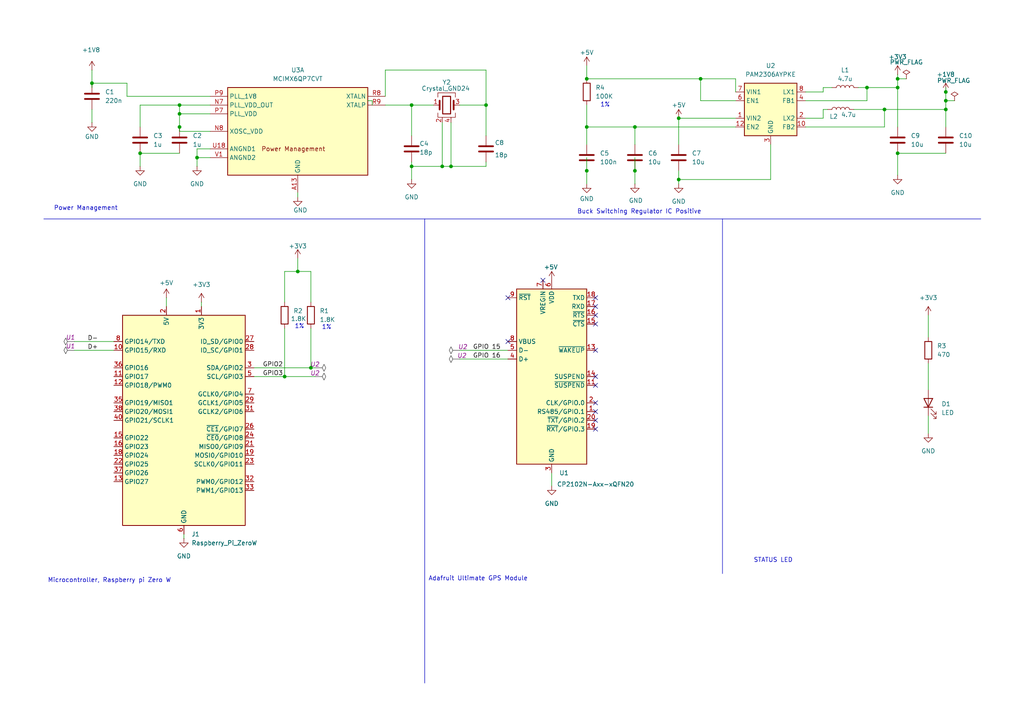
<source format=kicad_sch>
(kicad_sch (version 20231120) (generator "eeschema") (generator_version "8.0")
  (paper "A4")
  (lib_symbols
    (symbol "CPU_NXP_IMX:MCIMX6QP7CVT"
      (property "Reference" "U" (at 15.24 90.17 0))
      (property "Value" "MCIMX6QP7CVT" (at -13.97 90.17 0))
      (symbol "MCIMX6QP7CVT_1_0"
        (text "Power Management" (at -1.27 -5.08 0) (effects (font (size 1.27 1.27))))
      )
      (symbol "MCIMX6QP7CVT_1_1"
        (pin power_in line (at 0 -17.78 90) (length 5.08) (name "GND") (number "A13"))
        (pin passive line (at 0 -17.78 90) (length 5.08) hide (name "GND") (number "A25"))
        (pin passive line (at 0 -17.78 90) (length 5.08) hide (name "GND") (number "A4"))
        (pin passive line (at 0 -17.78 90) (length 5.08) hide (name "GND") (number "A8"))
        (pin passive line (at 0 -17.78 90) (length 5.08) hide (name "GND") (number "AA10"))
        (pin passive line (at 0 -17.78 90) (length 5.08) hide (name "GND") (number "AA13"))
        (pin passive line (at 0 -17.78 90) (length 5.08) hide (name "GND") (number "AA16"))
        (pin passive line (at 0 -17.78 90) (length 5.08) hide (name "GND") (number "AA19"))
        (pin passive line (at 0 -17.78 90) (length 5.08) hide (name "GND") (number "AA22"))
        (pin passive line (at 0 -17.78 90) (length 5.08) hide (name "GND") (number "AA7"))
        (pin passive line (at 0 -17.78 90) (length 5.08) hide (name "GND") (number "AB24"))
        (pin passive line (at 0 -17.78 90) (length 5.08) hide (name "GND") (number "AB3"))
        (pin passive line (at 0 -17.78 90) (length 5.08) hide (name "GND") (number "AD10"))
        (pin passive line (at 0 -17.78 90) (length 5.08) hide (name "GND") (number "AD13"))
        (pin passive line (at 0 -17.78 90) (length 5.08) hide (name "GND") (number "AD16"))
        (pin passive line (at 0 -17.78 90) (length 5.08) hide (name "GND") (number "AD19"))
        (pin passive line (at 0 -17.78 90) (length 5.08) hide (name "GND") (number "AD22"))
        (pin passive line (at 0 -17.78 90) (length 5.08) hide (name "GND") (number "AD4"))
        (pin passive line (at 0 -17.78 90) (length 5.08) hide (name "GND") (number "AD7"))
        (pin passive line (at 0 -17.78 90) (length 5.08) hide (name "GND") (number "AE1"))
        (pin passive line (at 0 -17.78 90) (length 5.08) hide (name "GND") (number "AE25"))
        (pin passive line (at 0 -17.78 90) (length 5.08) hide (name "GND") (number "B4"))
        (pin passive line (at 0 -17.78 90) (length 5.08) hide (name "GND") (number "C1"))
        (pin passive line (at 0 -17.78 90) (length 5.08) hide (name "GND") (number "C10"))
        (pin passive line (at 0 -17.78 90) (length 5.08) hide (name "GND") (number "C4"))
        (pin passive line (at 0 -17.78 90) (length 5.08) hide (name "GND") (number "C6"))
        (pin passive line (at 0 -17.78 90) (length 5.08) hide (name "GND") (number "D3"))
        (pin passive line (at 0 -17.78 90) (length 5.08) hide (name "GND") (number "D6"))
        (pin passive line (at 0 -17.78 90) (length 5.08) hide (name "GND") (number "D8"))
        (pin passive line (at 0 -17.78 90) (length 5.08) hide (name "GND") (number "E5"))
        (pin passive line (at 0 -17.78 90) (length 5.08) hide (name "GND") (number "E6"))
        (pin passive line (at 0 -17.78 90) (length 5.08) hide (name "GND") (number "E7"))
        (pin passive line (at 0 -17.78 90) (length 5.08) hide (name "GND") (number "F5"))
        (pin passive line (at 0 -17.78 90) (length 5.08) hide (name "GND") (number "F6"))
        (pin passive line (at 0 -17.78 90) (length 5.08) hide (name "GND") (number "F7"))
        (pin passive line (at 0 -17.78 90) (length 5.08) hide (name "GND") (number "F8"))
        (pin passive line (at 0 -17.78 90) (length 5.08) hide (name "GND") (number "G10"))
        (pin passive line (at 0 -17.78 90) (length 5.08) hide (name "GND") (number "G19"))
        (pin passive line (at 0 -17.78 90) (length 5.08) hide (name "GND") (number "G3"))
        (pin passive line (at 0 -17.78 90) (length 5.08) hide (name "GND") (number "H12"))
        (pin passive line (at 0 -17.78 90) (length 5.08) hide (name "GND") (number "H15"))
        (pin passive line (at 0 -17.78 90) (length 5.08) hide (name "GND") (number "H18"))
        (pin passive line (at 0 -17.78 90) (length 5.08) hide (name "GND") (number "H8"))
        (pin passive line (at 25.4 7.62 180) (length 5.08) hide (name "VDD_ARM23_CAP") (number "J11"))
        (pin passive line (at 0 -17.78 90) (length 5.08) hide (name "GND") (number "J12"))
        (pin passive line (at 25.4 10.16 180) (length 5.08) hide (name "VDD_ARM_CAP") (number "J13"))
        (pin passive line (at -25.4 10.16 0) (length 5.08) hide (name "VDD_ARM_IN") (number "J14"))
        (pin passive line (at 0 -17.78 90) (length 5.08) hide (name "GND") (number "J15"))
        (pin passive line (at -25.4 5.08 0) (length 5.08) hide (name "VDD_SOC_IN") (number "J16"))
        (pin passive line (at 0 -17.78 90) (length 5.08) hide (name "GND") (number "J18"))
        (pin passive line (at 0 -17.78 90) (length 5.08) hide (name "GND") (number "J2"))
        (pin passive line (at 0 -17.78 90) (length 5.08) hide (name "GND") (number "J8"))
        (pin passive line (at -25.4 0 0) (length 5.08) hide (name "VDD_HIGH_IN") (number "J9"))
        (pin passive line (at 0 -17.78 90) (length 5.08) hide (name "GND") (number "K10"))
        (pin passive line (at 25.4 7.62 180) (length 5.08) hide (name "VDD_ARM23_CAP") (number "K11"))
        (pin passive line (at 0 -17.78 90) (length 5.08) hide (name "GND") (number "K12"))
        (pin passive line (at 25.4 10.16 180) (length 5.08) hide (name "VDD_ARM_CAP") (number "K13"))
        (pin passive line (at -25.4 10.16 0) (length 5.08) hide (name "VDD_ARM_IN") (number "K14"))
        (pin passive line (at 0 -17.78 90) (length 5.08) hide (name "GND") (number "K15"))
        (pin passive line (at -25.4 5.08 0) (length 5.08) hide (name "VDD_SOC_IN") (number "K16"))
        (pin passive line (at 0 -17.78 90) (length 5.08) hide (name "GND") (number "K18"))
        (pin passive line (at 0 -17.78 90) (length 5.08) hide (name "GND") (number "K8"))
        (pin passive line (at 0 -17.78 90) (length 5.08) hide (name "GND") (number "L10"))
        (pin passive line (at 25.4 7.62 180) (length 5.08) hide (name "VDD_ARM23_CAP") (number "L11"))
        (pin passive line (at 0 -17.78 90) (length 5.08) hide (name "GND") (number "L12"))
        (pin passive line (at 25.4 10.16 180) (length 5.08) hide (name "VDD_ARM_CAP") (number "L13"))
        (pin passive line (at -25.4 10.16 0) (length 5.08) hide (name "VDD_ARM_IN") (number "L14"))
        (pin passive line (at 0 -17.78 90) (length 5.08) hide (name "GND") (number "L15"))
        (pin passive line (at -25.4 5.08 0) (length 5.08) hide (name "VDD_SOC_IN") (number "L16"))
        (pin passive line (at 0 -17.78 90) (length 5.08) hide (name "GND") (number "L18"))
        (pin passive line (at 0 -17.78 90) (length 5.08) hide (name "GND") (number "L2"))
        (pin passive line (at 0 -17.78 90) (length 5.08) hide (name "GND") (number "L5"))
        (pin passive line (at 0 -17.78 90) (length 5.08) hide (name "GND") (number "L8"))
        (pin passive line (at -25.4 7.62 0) (length 5.08) hide (name "VDD_ARM23_IN") (number "L9"))
        (pin passive line (at 0 -17.78 90) (length 5.08) hide (name "GND") (number "M10"))
        (pin passive line (at 25.4 7.62 180) (length 5.08) hide (name "VDD_ARM23_CAP") (number "M11"))
        (pin passive line (at 0 -17.78 90) (length 5.08) hide (name "GND") (number "M12"))
        (pin passive line (at 25.4 10.16 180) (length 5.08) hide (name "VDD_ARM_CAP") (number "M13"))
        (pin passive line (at -25.4 10.16 0) (length 5.08) hide (name "VDD_ARM_IN") (number "M14"))
        (pin passive line (at 0 -17.78 90) (length 5.08) hide (name "GND") (number "M15"))
        (pin passive line (at -25.4 5.08 0) (length 5.08) hide (name "VDD_SOC_IN") (number "M16"))
        (pin passive line (at 0 -17.78 90) (length 5.08) hide (name "GND") (number "M18"))
        (pin passive line (at 0 -17.78 90) (length 5.08) hide (name "GND") (number "M8"))
        (pin passive line (at -25.4 7.62 0) (length 5.08) hide (name "VDD_ARM23_IN") (number "M9"))
        (pin passive line (at 0 -17.78 90) (length 5.08) hide (name "GND") (number "N10"))
        (pin passive line (at 25.4 7.62 180) (length 5.08) hide (name "VDD_ARM23_CAP") (number "N11"))
        (pin passive line (at 25.4 10.16 180) (length 5.08) hide (name "VDD_ARM_CAP") (number "N13"))
        (pin passive line (at -25.4 10.16 0) (length 5.08) hide (name "VDD_ARM_IN") (number "N14"))
        (pin passive line (at 0 -17.78 90) (length 5.08) hide (name "GND") (number "N15"))
        (pin passive line (at -25.4 5.08 0) (length 5.08) hide (name "VDD_SOC_IN") (number "N16"))
        (pin passive line (at 0 -17.78 90) (length 5.08) hide (name "GND") (number "N18"))
        (pin power_in line (at -25.4 7.62 0) (length 5.08) (name "PLL_VDD_OUT") (number "N7"))
        (pin passive line (at 0 -17.78 90) (length 5.08) hide (name "GND") (number "N8"))
        (pin power_in line (at -25.4 0 0) (length 5.08) (name "XOSC_VDD") (number "N8"))
        (pin passive line (at -25.4 7.62 0) (length 5.08) hide (name "VDD_ARM23_IN") (number "N9"))
        (pin passive line (at 0 -17.78 90) (length 5.08) hide (name "GND") (number "P10"))
        (pin passive line (at 25.4 7.62 180) (length 5.08) hide (name "VDD_ARM23_CAP") (number "P11"))
        (pin passive line (at 0 -17.78 90) (length 5.08) hide (name "GND") (number "P12"))
        (pin passive line (at 25.4 10.16 180) (length 5.08) hide (name "VDD_ARM_CAP") (number "P13"))
        (pin passive line (at -25.4 10.16 0) (length 5.08) hide (name "VDD_ARM_IN") (number "P14"))
        (pin passive line (at 0 -17.78 90) (length 5.08) hide (name "GND") (number "P15"))
        (pin passive line (at -25.4 5.08 0) (length 5.08) hide (name "VDD_SOC_IN") (number "P16"))
        (pin passive line (at 0 -17.78 90) (length 5.08) hide (name "GND") (number "P18"))
        (pin power_in line (at -25.4 5.08 0) (length 5.08) (name "PLL_VDD") (number "P7"))
        (pin passive line (at 0 -17.78 90) (length 5.08) hide (name "GND") (number "P8"))
        (pin power_in line (at -25.4 10.16 0) (length 5.08) (name "PLL_1V8") (number "P9"))
        (pin passive line (at -25.4 7.62 0) (length 5.08) hide (name "VDD_ARM23_IN") (number "P9"))
        (pin passive line (at 25.4 7.62 180) (length 5.08) hide (name "VDD_ARM23_CAP") (number "R11"))
        (pin passive line (at 0 -17.78 90) (length 5.08) hide (name "GND") (number "R12"))
        (pin passive line (at 25.4 10.16 180) (length 5.08) hide (name "VDD_ARM_CAP") (number "R13"))
        (pin passive line (at -25.4 10.16 0) (length 5.08) hide (name "VDD_ARM_IN") (number "R14"))
        (pin passive line (at 0 -17.78 90) (length 5.08) hide (name "GND") (number "R15"))
        (pin passive line (at -25.4 5.08 0) (length 5.08) hide (name "VDD_SOC_IN") (number "R16"))
        (pin passive line (at 0 -17.78 90) (length 5.08) hide (name "GND") (number "R17"))
        (pin passive line (at 0 -17.78 90) (length 5.08) hide (name "GND") (number "R8"))
        (pin power_out line (at 25.4 10.16 180) (length 5.08) (name "XTALN") (number "R8"))
        (pin passive line (at -25.4 7.62 0) (length 5.08) hide (name "VDD_ARM23_IN") (number "R9"))
        (pin power_out line (at 25.4 7.62 180) (length 5.08) (name "XTALP") (number "R9"))
        (pin passive line (at 0 -17.78 90) (length 5.08) hide (name "GND") (number "T11"))
        (pin passive line (at 0 -17.78 90) (length 5.08) hide (name "GND") (number "T12"))
        (pin passive line (at 0 -17.78 90) (length 5.08) hide (name "GND") (number "T15"))
        (pin passive line (at -25.4 5.08 0) (length 5.08) hide (name "VDD_SOC_IN") (number "T16"))
        (pin passive line (at 0 -17.78 90) (length 5.08) hide (name "GND") (number "T17"))
        (pin passive line (at 0 -17.78 90) (length 5.08) hide (name "GND") (number "T19"))
        (pin passive line (at 0 -17.78 90) (length 5.08) hide (name "GND") (number "T8"))
        (pin passive line (at -25.4 7.62 0) (length 5.08) hide (name "VDD_ARM23_IN") (number "T9"))
        (pin passive line (at 0 -17.78 90) (length 5.08) hide (name "GND") (number "U11"))
        (pin passive line (at 0 -17.78 90) (length 5.08) hide (name "GND") (number "U12"))
        (pin passive line (at 0 -17.78 90) (length 5.08) hide (name "GND") (number "U15"))
        (pin passive line (at -25.4 5.08 0) (length 5.08) hide (name "VDD_SOC_IN") (number "U16"))
        (pin passive line (at 0 -17.78 90) (length 5.08) hide (name "GND") (number "U17"))
        (pin power_in line (at -25.4 -5.08 0) (length 5.08) (name "ANGND1") (number "U18"))
        (pin passive line (at 0 -17.78 90) (length 5.08) hide (name "GND") (number "U19"))
        (pin passive line (at 0 -17.78 90) (length 5.08) hide (name "GND") (number "U8"))
        (pin passive line (at -25.4 7.62 0) (length 5.08) hide (name "VDD_ARM23_IN") (number "U9"))
        (pin power_in line (at -25.4 -7.62 0) (length 5.08) (name "ANGND2") (number "V1"))
        (pin passive line (at 0 -17.78 90) (length 5.08) hide (name "GND") (number "V19"))
        (pin passive line (at 0 -17.78 90) (length 5.08) hide (name "GND") (number "V8"))
        (pin passive line (at 0 -17.78 90) (length 5.08) hide (name "GND") (number "W10"))
        (pin passive line (at 0 -17.78 90) (length 5.08) hide (name "GND") (number "W11"))
        (pin passive line (at 0 -17.78 90) (length 5.08) hide (name "GND") (number "W12"))
        (pin passive line (at 0 -17.78 90) (length 5.08) hide (name "GND") (number "W13"))
        (pin passive line (at 0 -17.78 90) (length 5.08) hide (name "GND") (number "W15"))
        (pin passive line (at 0 -17.78 90) (length 5.08) hide (name "GND") (number "W16"))
        (pin passive line (at 0 -17.78 90) (length 5.08) hide (name "GND") (number "W17"))
        (pin passive line (at 0 -17.78 90) (length 5.08) hide (name "GND") (number "W18"))
        (pin passive line (at 0 -17.78 90) (length 5.08) hide (name "GND") (number "W19"))
        (pin passive line (at 0 -17.78 90) (length 5.08) hide (name "GND") (number "W3"))
        (pin passive line (at 0 -17.78 90) (length 5.08) hide (name "GND") (number "W7"))
        (pin passive line (at 0 -17.78 90) (length 5.08) hide (name "GND") (number "W8"))
        (pin passive line (at 0 -17.78 90) (length 5.08) hide (name "GND") (number "W9"))
        (pin passive line (at 0 -17.78 90) (length 5.08) hide (name "GND") (number "Y24"))
        (pin passive line (at 0 -17.78 90) (length 5.08) hide (name "GND") (number "Y5"))
      )
      (symbol "MCIMX6QP7CVT_2_0"
        (text "Factory (NXP only)" (at -10.16 0 0) (effects (font (size 1.27 1.27))))
      )
      (symbol "MCIMX6QP7CVT_2_1"
        (pin passive line (at 25.4 2.54 180) (length 5.08) (name "FA_ANA") (number "A5"))
        (pin passive line (at 0 10.16 270) (length 5.08) (name "VDD_FA") (number "B5"))
        (pin passive line (at 25.4 0 180) (length 5.08) (name "GPANAIO") (number "C8"))
        (pin passive line (at 25.4 -2.54 180) (length 5.08) (name "TEST_MODE") (number "E12"))
      )
      (symbol "MCIMX6QP7CVT_3_0"
        (text "Boot/Power Management" (at 1.27 -5.08 0) (effects (font (size 1.27 1.27))))
      )
      (symbol "MCIMX6QP7CVT_3_1"
        (text "VDD_SNVS_IN" (at 0 0 0) (effects (font (size 1.27 1.27) (italic yes))))
        (pin input line (at -25.4 -5.08 0) (length 5.08) (name "POR_B") (number "C11"))
        (pin input line (at -25.4 5.08 0) (length 5.08) (name "BOOT_MODE0") (number "C12"))
        (pin output line (at 25.4 5.08 180) (length 5.08) (name "PMIC_ON_REQ") (number "D11"))
        (pin input line (at -25.4 -2.54 0) (length 5.08) (name "ONOFF") (number "D12"))
        (pin input line (at 25.4 -2.54 180) (length 5.08) (name "TAMPER") (number "E11"))
        (pin output line (at 25.4 2.54 180) (length 5.08) (name "PMIC_STBY_REQ") (number "F11"))
        (pin input line (at -25.4 2.54 0) (length 5.08) (name "BOOT_MODE1") (number "F12"))
      )
      (symbol "MCIMX6QP7CVT_4_0"
        (text "Clock" (at -16.51 11.43 0) (effects (font (size 1.27 1.27))))
      )
      (symbol "MCIMX6QP7CVT_4_1"
        (text "VDD_HIGH_CAP" (at 0 0 0) (effects (font (size 1.27 1.27) (italic yes))))
        (pin no_connect line (at 17.78 -2.54 180) (length 5.08) hide (name "NC") (number "A10"))
        (pin no_connect line (at 17.78 7.62 180) (length 5.08) hide (name "NC") (number "A11"))
        (pin no_connect line (at 17.78 -7.62 180) (length 5.08) hide (name "NC") (number "A9"))
        (pin no_connect line (at 17.78 0 180) (length 5.08) hide (name "NC") (number "B10"))
        (pin no_connect line (at 17.78 5.08 180) (length 5.08) hide (name "NC") (number "B11"))
        (pin no_connect line (at 17.78 -10.16 180) (length 5.08) hide (name "NC") (number "B9"))
        (pin bidirectional line (at -25.4 -2.54 0) (length 5.08) (name "CLK2_N") (number "C5"))
        (pin bidirectional line (at -25.4 5.08 0) (length 5.08) (name "CLK1_N") (number "C7"))
        (pin bidirectional line (at -25.4 -5.08 0) (length 5.08) (name "CLK2_P") (number "D5"))
        (pin bidirectional line (at -25.4 2.54 0) (length 5.08) (name "CLK1_P") (number "D7"))
      )
      (symbol "MCIMX6QP7CVT_5_0"
        (text "MIPI Camera" (at 0 0 0) (effects (font (size 1.27 1.27))))
      )
      (symbol "MCIMX6QP7CVT_5_1"
        (pin input line (at -25.4 2.54 0) (length 5.08) (name "CSI_D1M") (number "D1"))
        (pin input line (at -25.4 0 0) (length 5.08) (name "CSI_D1P") (number "D2"))
        (pin passive line (at -25.4 -12.7 0) (length 5.08) (name "CSI_REXT") (number "D4"))
        (pin input line (at -25.4 -2.54 0) (length 5.08) (name "CSI_D2M") (number "E1"))
        (pin input line (at -25.4 -5.08 0) (length 5.08) (name "CSI_D2P") (number "E2"))
        (pin input line (at -25.4 5.08 0) (length 5.08) (name "CSI_D0P") (number "E3"))
        (pin input line (at -25.4 7.62 0) (length 5.08) (name "CSI_D0M") (number "E4"))
        (pin input line (at -25.4 -10.16 0) (length 5.08) (name "CSI_D3P") (number "F1"))
        (pin input line (at -25.4 -7.62 0) (length 5.08) (name "CSI_D3M") (number "F2"))
        (pin input line (at -25.4 10.16 0) (length 5.08) (name "CSI_CLK0P") (number "F3"))
        (pin input line (at -25.4 12.7 0) (length 5.08) (name "CSI_CLK0M") (number "F4"))
        (pin output line (at 25.4 5.08 180) (length 5.08) (name "DSI_D0P") (number "G1"))
        (pin output line (at 25.4 7.62 180) (length 5.08) (name "DSI_D0M") (number "G2"))
        (pin passive line (at 25.4 -2.54 180) (length 5.08) (name "DSI_REXT") (number "G4"))
        (pin output line (at 25.4 0 180) (length 5.08) (name "DSI_D1P") (number "H1"))
        (pin output line (at 25.4 2.54 180) (length 5.08) (name "DSI_D1M") (number "H2"))
        (pin output line (at 25.4 12.7 180) (length 5.08) (name "DSI_CLK0M") (number "H3"))
        (pin output line (at 25.4 10.16 180) (length 5.08) (name "DSI_CLK0P") (number "H4"))
        (pin power_in line (at 0 20.32 270) (length 5.08) (name "NVCC_MIPI") (number "K7"))
      )
      (symbol "MCIMX6QP7CVT_6_0"
        (text "Camera" (at 0 0 0) (effects (font (size 1.27 1.27))))
      )
      (symbol "MCIMX6QP7CVT_6_1"
        (pin bidirectional line (at 25.4 2.54 180) (length 5.08) (name "CSI0_DAT13") (number "L1"))
        (pin bidirectional line (at 25.4 -7.62 180) (length 5.08) (name "CSI0_DAT17") (number "L3"))
        (pin bidirectional line (at 25.4 -5.08 180) (length 5.08) (name "CSI0_DAT16") (number "L4"))
        (pin bidirectional line (at 25.4 -12.7 180) (length 5.08) (name "CSI0_DAT19") (number "L6"))
        (pin bidirectional line (at 25.4 10.16 180) (length 5.08) (name "CSI0_DAT10") (number "M1"))
        (pin bidirectional line (at 25.4 5.08 180) (length 5.08) (name "CSI0_DAT12") (number "M2"))
        (pin bidirectional line (at 25.4 7.62 180) (length 5.08) (name "CSI0_DAT11") (number "M3"))
        (pin bidirectional line (at 25.4 0 180) (length 5.08) (name "CSI0_DAT14") (number "M4"))
        (pin bidirectional line (at 25.4 -2.54 180) (length 5.08) (name "CSI0_DAT15") (number "M5"))
        (pin bidirectional line (at 25.4 -10.16 180) (length 5.08) (name "CSI0_DAT18") (number "M6"))
        (pin bidirectional line (at -25.4 0 0) (length 5.08) (name "CSI0_DAT4") (number "N1"))
        (pin bidirectional line (at -25.4 5.08 0) (length 5.08) (name "CSI0_VSYNC") (number "N2"))
        (pin bidirectional line (at -25.4 -7.62 0) (length 5.08) (name "CSI0_DAT7") (number "N3"))
        (pin bidirectional line (at -25.4 -5.08 0) (length 5.08) (name "CSI0_DAT6") (number "N4"))
        (pin bidirectional line (at -25.4 -12.7 0) (length 5.08) (name "CSI0_DAT9") (number "N5"))
        (pin bidirectional line (at -25.4 -10.16 0) (length 5.08) (name "CSI0_DAT8") (number "N6"))
        (pin power_in line (at 0 20.32 270) (length 5.08) (name "NVCC_CSI") (number "N7"))
        (pin bidirectional line (at -25.4 10.16 0) (length 5.08) (name "CSI0_PIXCLK") (number "P1"))
        (pin bidirectional line (at -25.4 -2.54 0) (length 5.08) (name "CSI0_DAT5") (number "P2"))
        (pin bidirectional line (at -25.4 7.62 0) (length 5.08) (name "CSI0_DATA_EN") (number "P3"))
        (pin bidirectional line (at -25.4 12.7 0) (length 5.08) (name "CSI0_MCLK") (number "P4"))
      )
      (symbol "MCIMX6QP7CVT_7_0"
        (text "LCD Display" (at 0 0 0) (effects (font (size 1.27 1.27))))
      )
      (symbol "MCIMX6QP7CVT_7_1"
        (pin bidirectional line (at -25.4 17.78 0) (length 5.08) (name "DI0_DISP_CLK") (number "N19"))
        (pin bidirectional line (at -25.4 10.16 0) (length 5.08) (name "DI0_PIN3") (number "N20"))
        (pin bidirectional line (at -25.4 15.24 0) (length 5.08) (name "DI0_PIN15") (number "N21"))
        (pin bidirectional line (at -25.4 12.7 0) (length 5.08) (name "DI0_PIN2") (number "N25"))
        (pin power_in line (at 0 25.4 270) (length 5.08) (name "NVCC_LCD") (number "P19"))
        (pin bidirectional line (at -25.4 -5.08 0) (length 5.08) (name "DISP0_DAT4") (number "P20"))
        (pin bidirectional line (at -25.4 -2.54 0) (length 5.08) (name "DISP0_DAT3") (number "P21"))
        (pin bidirectional line (at -25.4 2.54 0) (length 5.08) (name "DISP0_DAT1") (number "P22"))
        (pin bidirectional line (at -25.4 0 0) (length 5.08) (name "DISP0_DAT2") (number "P23"))
        (pin bidirectional line (at -25.4 5.08 0) (length 5.08) (name "DISP0_DAT0") (number "P24"))
        (pin bidirectional line (at -25.4 7.62 0) (length 5.08) (name "DI0_PIN4") (number "P25"))
        (pin bidirectional line (at 25.4 10.16 180) (length 5.08) (name "DISP0_DAT13") (number "R20"))
        (pin bidirectional line (at 25.4 17.78 180) (length 5.08) (name "DISP0_DAT10") (number "R21"))
        (pin bidirectional line (at -25.4 -15.24 0) (length 5.08) (name "DISP0_DAT8") (number "R22"))
        (pin bidirectional line (at -25.4 -10.16 0) (length 5.08) (name "DISP0_DAT6") (number "R23"))
        (pin bidirectional line (at -25.4 -12.7 0) (length 5.08) (name "DISP0_DAT7") (number "R24"))
        (pin bidirectional line (at -25.4 -7.62 0) (length 5.08) (name "DISP0_DAT5") (number "R25"))
        (pin bidirectional line (at 25.4 -10.16 180) (length 5.08) (name "DISP0_DAT21") (number "T20"))
        (pin bidirectional line (at 25.4 2.54 180) (length 5.08) (name "DISP0_DAT16") (number "T21"))
        (pin bidirectional line (at 25.4 5.08 180) (length 5.08) (name "DISP0_DAT15") (number "T22"))
        (pin bidirectional line (at 25.4 15.24 180) (length 5.08) (name "DISP0_DAT11") (number "T23"))
        (pin bidirectional line (at 25.4 12.7 180) (length 5.08) (name "DISP0_DAT12") (number "T24"))
        (pin bidirectional line (at -25.4 -17.78 0) (length 5.08) (name "DISP0_DAT9") (number "T25"))
        (pin bidirectional line (at 25.4 -7.62 180) (length 5.08) (name "DISP0_DAT20") (number "U22"))
        (pin bidirectional line (at 25.4 -5.08 180) (length 5.08) (name "DISP0_DAT19") (number "U23"))
        (pin bidirectional line (at 25.4 0 180) (length 5.08) (name "DISP0_DAT17") (number "U24"))
        (pin bidirectional line (at 25.4 7.62 180) (length 5.08) (name "DISP0_DAT14") (number "U25"))
        (pin bidirectional line (at 25.4 -12.7 180) (length 5.08) (name "DISP0_DAT22") (number "V24"))
        (pin bidirectional line (at 25.4 -2.54 180) (length 5.08) (name "DISP0_DAT18") (number "V25"))
        (pin bidirectional line (at 25.4 -15.24 180) (length 5.08) (name "DISP0_DAT23") (number "W24"))
      )
      (symbol "MCIMX6QP7CVT_8_0"
        (text "External memory" (at 1.27 0 0) (effects (font (size 1.27 1.27))))
      )
      (symbol "MCIMX6QP7CVT_8_1"
        (pin bidirectional line (at 25.4 -2.54 180) (length 5.08) (name "EIM_D16") (number "C25"))
        (pin bidirectional line (at 25.4 -7.62 180) (length 5.08) (name "EIM_D18") (number "D24"))
        (pin bidirectional line (at 25.4 -20.32 180) (length 5.08) (name "EIM_D23") (number "D25"))
        (pin bidirectional line (at -25.4 7.62 0) (length 5.08) (name "EIM_EB2") (number "E22"))
        (pin bidirectional line (at 25.4 -17.78 180) (length 5.08) (name "EIM_D22") (number "E23"))
        (pin bidirectional line (at 25.4 -27.94 180) (length 5.08) (name "EIM_D26") (number "E24"))
        (pin bidirectional line (at 25.4 -30.48 180) (length 5.08) (name "EIM_D27") (number "E25"))
        (pin bidirectional line (at 25.4 -5.08 180) (length 5.08) (name "EIM_D17") (number "F21"))
        (pin bidirectional line (at 25.4 -22.86 180) (length 5.08) (name "EIM_D24") (number "F22"))
        (pin bidirectional line (at -25.4 5.08 0) (length 5.08) (name "EIM_EB3") (number "F23"))
        (pin bidirectional line (at -25.4 25.4 0) (length 5.08) (name "EIM_A22") (number "F24"))
        (pin bidirectional line (at -25.4 20.32 0) (length 5.08) (name "EIM_A24") (number "F25"))
        (pin bidirectional line (at 25.4 -12.7 180) (length 5.08) (name "EIM_D20") (number "G20"))
        (pin bidirectional line (at 25.4 -10.16 180) (length 5.08) (name "EIM_D19") (number "G21"))
        (pin bidirectional line (at 25.4 -25.4 180) (length 5.08) (name "EIM_D25") (number "G22"))
        (pin bidirectional line (at 25.4 -33.02 180) (length 5.08) (name "EIM_D28") (number "G23"))
        (pin bidirectional line (at -25.4 38.1 0) (length 5.08) (name "EIM_A17") (number "G24"))
        (pin bidirectional line (at -25.4 33.02 0) (length 5.08) (name "EIM_A19") (number "G25"))
        (pin bidirectional line (at -25.4 17.78 0) (length 5.08) (name "EIM_A25") (number "H19"))
        (pin bidirectional line (at 25.4 -15.24 180) (length 5.08) (name "EIM_D21") (number "H20"))
        (pin bidirectional line (at 25.4 -40.64 180) (length 5.08) (name "EIM_D31") (number "H21"))
        (pin bidirectional line (at -25.4 30.48 0) (length 5.08) (name "EIM_A20") (number "H22"))
        (pin bidirectional line (at -25.4 27.94 0) (length 5.08) (name "EIM_A21") (number "H23"))
        (pin bidirectional line (at -25.4 -12.7 0) (length 5.08) (name "EIM_CS0") (number "H24"))
        (pin bidirectional line (at -25.4 40.64 0) (length 5.08) (name "EIM_A16") (number "H25"))
        (pin bidirectional line (at 25.4 -35.56 180) (length 5.08) (name "EIM_D29") (number "J19"))
        (pin bidirectional line (at 25.4 -38.1 180) (length 5.08) (name "EIM_D30") (number "J20"))
        (pin bidirectional line (at -25.4 22.86 0) (length 5.08) (name "EIM_A23") (number "J21"))
        (pin bidirectional line (at -25.4 35.56 0) (length 5.08) (name "EIM_A18") (number "J22"))
        (pin bidirectional line (at -25.4 -15.24 0) (length 5.08) (name "EIM_CS1") (number "J23"))
        (pin bidirectional line (at -25.4 -5.08 0) (length 5.08) (name "EIM_OE") (number "J24"))
        (pin bidirectional line (at 25.4 38.1 180) (length 5.08) (name "EIM_DA1") (number "J25"))
        (pin power_in line (at -2.54 48.26 270) (length 5.08) (name "NVCC_EIM0") (number "K19"))
        (pin bidirectional line (at -25.4 -7.62 0) (length 5.08) (name "EIM_RW") (number "K20"))
        (pin bidirectional line (at -25.4 12.7 0) (length 5.08) (name "EIM_EB0") (number "K21"))
        (pin bidirectional line (at -25.4 -2.54 0) (length 5.08) (name "EIM_LBA") (number "K22"))
        (pin bidirectional line (at -25.4 10.16 0) (length 5.08) (name "EIM_EB1") (number "K23"))
        (pin bidirectional line (at 25.4 33.02 180) (length 5.08) (name "EIM_DA3") (number "K24"))
        (pin bidirectional line (at 25.4 25.4 180) (length 5.08) (name "EIM_DA6") (number "K25"))
        (pin power_in line (at 0 48.26 270) (length 5.08) (name "NVCC_EIM1") (number "L19"))
        (pin bidirectional line (at 25.4 40.64 180) (length 5.08) (name "EIM_DA0") (number "L20"))
        (pin bidirectional line (at 25.4 35.56 180) (length 5.08) (name "EIM_DA2") (number "L21"))
        (pin bidirectional line (at 25.4 30.48 180) (length 5.08) (name "EIM_DA4") (number "L22"))
        (pin bidirectional line (at 25.4 27.94 180) (length 5.08) (name "EIM_DA5") (number "L23"))
        (pin bidirectional line (at 25.4 20.32 180) (length 5.08) (name "EIM_DA8") (number "L24"))
        (pin bidirectional line (at 25.4 22.86 180) (length 5.08) (name "EIM_DA7") (number "L25"))
        (pin power_in line (at 2.54 48.26 270) (length 5.08) (name "NVCC_EIM2") (number "M19"))
        (pin bidirectional line (at 25.4 12.7 180) (length 5.08) (name "EIM_DA11") (number "M20"))
        (pin bidirectional line (at 25.4 17.78 180) (length 5.08) (name "EIM_DA9") (number "M21"))
        (pin bidirectional line (at 25.4 15.24 180) (length 5.08) (name "EIM_DA10") (number "M22"))
        (pin bidirectional line (at 25.4 7.62 180) (length 5.08) (name "EIM_DA13") (number "M23"))
        (pin bidirectional line (at 25.4 10.16 180) (length 5.08) (name "EIM_DA12") (number "M24"))
        (pin bidirectional line (at -25.4 -10.16 0) (length 5.08) (name "EIM_WAIT") (number "M25"))
        (pin bidirectional line (at -25.4 0 0) (length 5.08) (name "EIM_BCLK") (number "N22"))
        (pin bidirectional line (at 25.4 5.08 180) (length 5.08) (name "EIM_DA14") (number "N23"))
        (pin bidirectional line (at 25.4 2.54 180) (length 5.08) (name "EIM_DA15") (number "N24"))
      )
      (symbol "MCIMX6QP7CVT_9_0"
        (text "10/100-Mbit Ethernet" (at -2.54 -7.62 0) (effects (font (size 1.27 1.27))))
      )
      (symbol "MCIMX6QP7CVT_9_1"
        (pin power_in line (at 0 15.24 270) (length 5.08) (name "NVCC_ENET") (number "R19"))
        (pin bidirectional line (at 25.4 7.62 180) (length 5.08) (name "ENET_TXD0") (number "U20"))
        (pin bidirectional line (at -25.4 2.54 0) (length 5.08) (name "ENET_CRS_DV") (number "U21"))
        (pin bidirectional line (at 25.4 -5.08 180) (length 5.08) (name "ENET_MDC") (number "V20"))
        (pin bidirectional line (at 25.4 2.54 180) (length 5.08) (name "ENET_TX_EN") (number "V21"))
        (pin bidirectional line (at -25.4 -5.08 0) (length 5.08) (name "ENET_REF_CLK") (number "V22"))
        (pin bidirectional line (at 25.4 -7.62 180) (length 5.08) (name "ENET_MDIO") (number "V23"))
        (pin bidirectional line (at 25.4 5.08 180) (length 5.08) (name "ENET_TXD1") (number "W20"))
        (pin bidirectional line (at -25.4 7.62 0) (length 5.08) (name "ENET_RXD0") (number "W21"))
        (pin bidirectional line (at -25.4 5.08 0) (length 5.08) (name "ENET_RXD1") (number "W22"))
        (pin bidirectional line (at -25.4 0 0) (length 5.08) (name "ENET_RX_ER") (number "W23"))
      )
      (symbol "MCIMX6QP7CVT_10_0"
        (text "GPIO" (at 0 0 0) (effects (font (size 1.27 1.27))))
      )
      (symbol "MCIMX6QP7CVT_10_1"
        (pin bidirectional line (at -25.4 -17.78 0) (length 5.08) (name "GPIO_19") (number "P5"))
        (pin bidirectional line (at -25.4 -15.24 0) (length 5.08) (name "GPIO_18") (number "P6"))
        (pin power_in line (at 0 25.4 270) (length 5.08) (name "NVCC_GPIO") (number "P7"))
        (pin bidirectional line (at -25.4 -12.7 0) (length 5.08) (name "GPIO_17") (number "R1"))
        (pin bidirectional line (at -25.4 -10.16 0) (length 5.08) (name "GPIO_16") (number "R2"))
        (pin bidirectional line (at -25.4 0 0) (length 5.08) (name "GPIO_7") (number "R3"))
        (pin bidirectional line (at -25.4 5.08 0) (length 5.08) (name "GPIO_5") (number "R4"))
        (pin bidirectional line (at -25.4 -2.54 0) (length 5.08) (name "GPIO_8") (number "R5"))
        (pin bidirectional line (at -25.4 7.62 0) (length 5.08) (name "GPIO_4") (number "R6"))
        (pin bidirectional line (at -25.4 10.16 0) (length 5.08) (name "GPIO_3") (number "R7"))
        (pin bidirectional line (at -25.4 12.7 0) (length 5.08) (name "GPIO_2") (number "T1"))
        (pin bidirectional line (at -25.4 -5.08 0) (length 5.08) (name "GPIO_9") (number "T2"))
        (pin bidirectional line (at -25.4 2.54 0) (length 5.08) (name "GPIO_6") (number "T3"))
        (pin bidirectional line (at -25.4 15.24 0) (length 5.08) (name "GPIO_1") (number "T4"))
        (pin bidirectional line (at -25.4 17.78 0) (length 5.08) (name "GPIO_0") (number "T5"))
        (pin bidirectional line (at 25.4 7.62 180) (length 5.08) (name "KEY_COL4") (number "T6"))
        (pin bidirectional line (at 25.4 -5.08 180) (length 5.08) (name "KEY_ROW3") (number "T7"))
        (pin bidirectional line (at 25.4 10.16 180) (length 5.08) (name "KEY_COL3") (number "U5"))
        (pin bidirectional line (at 25.4 0 180) (length 5.08) (name "KEY_ROW1") (number "U6"))
        (pin bidirectional line (at 25.4 15.24 180) (length 5.08) (name "KEY_COL1") (number "U7"))
        (pin bidirectional line (at 25.4 -7.62 180) (length 5.08) (name "KEY_ROW4") (number "V5"))
        (pin bidirectional line (at 25.4 2.54 180) (length 5.08) (name "KEY_ROW0") (number "V6"))
        (pin bidirectional line (at 25.4 -2.54 180) (length 5.08) (name "KEY_ROW2") (number "W4"))
        (pin bidirectional line (at 25.4 17.78 180) (length 5.08) (name "KEY_COL0") (number "W5"))
        (pin bidirectional line (at 25.4 12.7 180) (length 5.08) (name "KEY_COL2") (number "W6"))
      )
      (symbol "MCIMX6QP7CVT_11_0"
        (text "HDMI Display" (at 0 0 0) (effects (font (size 1.27 1.27))))
      )
      (symbol "MCIMX6QP7CVT_11_1"
        (pin passive line (at -25.4 -12.7 0) (length 5.08) (name "HDMI_REF") (number "J1"))
        (pin output line (at 25.4 -2.54 180) (length 5.08) (name "HDMI_D1M") (number "J3"))
        (pin output line (at 25.4 -5.08 180) (length 5.08) (name "HDMI_D1P") (number "J4"))
        (pin output line (at 25.4 12.7 180) (length 5.08) (name "HDMI_CLKM") (number "J5"))
        (pin output line (at 25.4 10.16 180) (length 5.08) (name "HDMI_CLKP") (number "J6"))
        (pin input line (at -25.4 -2.54 0) (length 5.08) (name "HDMI_HPD") (number "K1"))
        (pin passive line (at -25.4 -5.08 0) (length 5.08) (name "HDMI_DDCCEC") (number "K2"))
        (pin output line (at 25.4 -10.16 180) (length 5.08) (name "HDMI_D2M") (number "K3"))
        (pin output line (at 25.4 -12.7 180) (length 5.08) (name "HDMI_D2P") (number "K4"))
        (pin output line (at 25.4 5.08 180) (length 5.08) (name "HDMI_D0M") (number "K5"))
        (pin output line (at 25.4 2.54 180) (length 5.08) (name "HDMI_D0P") (number "K6"))
        (pin power_in line (at -2.54 20.32 270) (length 5.08) (name "HDMI_VP") (number "L7"))
        (pin power_in line (at 2.54 20.32 270) (length 5.08) (name "HDMI_VPH") (number "M7"))
      )
      (symbol "MCIMX6QP7CVT_12_0"
        (text "JTAG Debug" (at 0 -5.08 0) (effects (font (size 1.27 1.27))))
      )
      (symbol "MCIMX6QP7CVT_12_1"
        (pin bidirectional line (at 25.4 -2.54 180) (length 5.08) (name "JTAG_TRSTB") (number "C2"))
        (pin bidirectional line (at 25.4 7.62 180) (length 5.08) (name "JTAG_TMS") (number "C3"))
        (pin bidirectional line (at 25.4 0 180) (length 5.08) (name "JTAG_TDI") (number "G5"))
        (pin bidirectional line (at 25.4 2.54 180) (length 5.08) (name "JTAG_TDO") (number "G6"))
        (pin bidirectional line (at 25.4 5.08 180) (length 5.08) (name "JTAG_TCK") (number "H5"))
        (pin input line (at 25.4 -7.62 180) (length 5.08) (name "JTAG_MOD") (number "H6"))
        (pin power_in line (at 0 15.24 270) (length 5.08) (name "NVCC_JTAG") (number "J7"))
      )
      (symbol "MCIMX6QP7CVT_13_0"
        (text "LVDS Display" (at 0 2.54 0) (effects (font (size 1.27 1.27))))
      )
      (symbol "MCIMX6QP7CVT_13_1"
        (pin output line (at 25.4 -2.54 180) (length 5.08) (name "LVDS1_TX1_P") (number "AA1"))
        (pin output line (at 25.4 0 180) (length 5.08) (name "LVDS1_TX1_N") (number "AA2"))
        (pin output line (at 25.4 -15.24 180) (length 5.08) (name "LVDS1_TX3_N") (number "AA3"))
        (pin output line (at 25.4 -17.78 180) (length 5.08) (name "LVDS1_TX3_P") (number "AA4"))
        (pin output line (at 25.4 -7.62 180) (length 5.08) (name "LVDS1_TX2_N") (number "AB1"))
        (pin output line (at 25.4 -10.16 180) (length 5.08) (name "LVDS1_TX2_P") (number "AB2"))
        (pin output line (at -25.4 5.08 0) (length 5.08) (name "LVDS0_TX0_P") (number "U1"))
        (pin output line (at -25.4 7.62 0) (length 5.08) (name "LVDS0_TX0_N") (number "U2"))
        (pin output line (at -25.4 -2.54 0) (length 5.08) (name "LVDS0_TX1_P") (number "U3"))
        (pin output line (at -25.4 0 0) (length 5.08) (name "LVDS0_TX1_N") (number "U4"))
        (pin output line (at -25.4 -10.16 0) (length 5.08) (name "LVDS0_TX2_P") (number "V1"))
        (pin output line (at -25.4 -7.62 0) (length 5.08) (name "LVDS0_TX2_N") (number "V2"))
        (pin output line (at -25.4 15.24 0) (length 5.08) (name "LVDS0_CLK_P") (number "V3"))
        (pin output line (at -25.4 17.78 0) (length 5.08) (name "LVDS0_CLK_N") (number "V4"))
        (pin power_in line (at 0 25.4 270) (length 5.08) (name "NVCC_LVDS2P5") (number "V7"))
        (pin output line (at -25.4 -17.78 0) (length 5.08) (name "LVDS0_TX3_P") (number "W1"))
        (pin output line (at -25.4 -15.24 0) (length 5.08) (name "LVDS0_TX3_N") (number "W2"))
        (pin output line (at 25.4 7.62 180) (length 5.08) (name "LVDS1_TX0_N") (number "Y1"))
        (pin output line (at 25.4 5.08 180) (length 5.08) (name "LVDS1_TX0_P") (number "Y2"))
        (pin output line (at 25.4 17.78 180) (length 5.08) (name "LVDS1_CLK_N") (number "Y3"))
        (pin output line (at 25.4 15.24 180) (length 5.08) (name "LVDS1_CLK_P") (number "Y4"))
      )
      (symbol "MCIMX6QP7CVT_14_0"
        (text "NAND Flash" (at -13.97 24.13 0) (effects (font (size 1.27 1.27))))
        (text "SD/MMC" (at 15.24 24.13 0) (effects (font (size 1.27 1.27))))
      )
      (symbol "MCIMX6QP7CVT_14_1"
        (pin bidirectional line (at -25.4 20.32 0) (length 5.08) (name "NANDF_ALE") (number "A16"))
        (pin bidirectional line (at -25.4 2.54 0) (length 5.08) (name "NANDF_CS2") (number "A17"))
        (pin bidirectional line (at -25.4 -5.08 0) (length 5.08) (name "NANDF_D0") (number "A18"))
        (pin bidirectional line (at -25.4 -15.24 0) (length 5.08) (name "NANDF_D4") (number "A19"))
        (pin bidirectional line (at 25.4 5.08 180) (length 5.08) (name "SD4_DAT3") (number "A20"))
        (pin bidirectional line (at -25.4 12.7 0) (length 5.08) (name "NANDF_RB0") (number "B16"))
        (pin bidirectional line (at 25.4 15.24 180) (length 5.08) (name "SD4_CMD") (number "B17"))
        (pin bidirectional line (at -25.4 -17.78 0) (length 5.08) (name "NANDF_D5") (number "B18"))
        (pin bidirectional line (at 25.4 10.16 180) (length 5.08) (name "SD4_DAT1") (number "B19"))
        (pin bidirectional line (at 25.4 -2.54 180) (length 5.08) (name "SD4_DAT6") (number "B20"))
        (pin bidirectional line (at -25.4 17.78 0) (length 5.08) (name "NANDF_CLE") (number "C15"))
        (pin bidirectional line (at -25.4 5.08 0) (length 5.08) (name "NANDF_CS1") (number "C16"))
        (pin bidirectional line (at -25.4 -7.62 0) (length 5.08) (name "NANDF_D1") (number "C17"))
        (pin bidirectional line (at -25.4 -22.86 0) (length 5.08) (name "NANDF_D7") (number "C18"))
        (pin bidirectional line (at 25.4 0 180) (length 5.08) (name "SD4_DAT5") (number "C19"))
        (pin bidirectional line (at -25.4 0 0) (length 5.08) (name "NANDF_CS3") (number "D16"))
        (pin bidirectional line (at -25.4 -12.7 0) (length 5.08) (name "NANDF_D3") (number "D17"))
        (pin bidirectional line (at 25.4 12.7 180) (length 5.08) (name "SD4_DAT0") (number "D18"))
        (pin bidirectional line (at 25.4 -5.08 180) (length 5.08) (name "SD4_DAT7") (number "D19"))
        (pin bidirectional line (at -25.4 15.24 0) (length 5.08) (name "NANDF_WP_B") (number "E15"))
        (pin bidirectional line (at 25.4 20.32 180) (length 5.08) (name "SD4_CLK") (number "E16"))
        (pin bidirectional line (at -25.4 -20.32 0) (length 5.08) (name "NANDF_D6") (number "E17"))
        (pin bidirectional line (at 25.4 2.54 180) (length 5.08) (name "SD4_DAT4") (number "E18"))
        (pin bidirectional line (at -25.4 7.62 0) (length 5.08) (name "NANDF_CS0") (number "F15"))
        (pin bidirectional line (at -25.4 -10.16 0) (length 5.08) (name "NANDF_D2") (number "F16"))
        (pin bidirectional line (at 25.4 7.62 180) (length 5.08) (name "SD4_DAT2") (number "F17"))
        (pin power_in line (at 0 30.48 270) (length 5.08) (name "NVCC_NANDF") (number "G15"))
      )
      (symbol "MCIMX6QP7CVT_15_0"
        (text "PCIe 2.0" (at 0 -5.08 0) (effects (font (size 1.27 1.27))))
      )
      (symbol "MCIMX6QP7CVT_15_1"
        (pin passive line (at -25.4 -5.08 0) (length 5.08) (name "PCIE_REXT") (number "A2"))
        (pin output line (at 25.4 -2.54 180) (length 5.08) (name "PCIE_TXM") (number "A3"))
        (pin input line (at 25.4 5.08 180) (length 5.08) (name "PCIE_RXM") (number "B1"))
        (pin input line (at 25.4 2.54 180) (length 5.08) (name "PCIE_RXP") (number "B2"))
        (pin output line (at 25.4 -5.08 180) (length 5.08) (name "PCIE_TXP") (number "B3"))
        (pin power_in line (at 2.54 12.7 270) (length 5.08) (name "PCIE_VPH") (number "G7"))
        (pin power_in line (at -2.54 12.7 270) (length 5.08) (name "PCIE_VPTX") (number "G8"))
        (pin power_in line (at 0 12.7 270) (length 5.08) (name "PCIE_VP") (number "H7"))
      )
      (symbol "MCIMX6QP7CVT_16_0"
        (text "HS USB2.0 Host" (at -11.43 6.35 0) (effects (font (size 1.27 1.27))))
        (text "HS USB2.0 OTG" (at 12.7 6.35 0) (effects (font (size 1.27 1.27))))
      )
      (symbol "MCIMX6QP7CVT_16_1"
        (pin bidirectional line (at 25.4 2.54 180) (length 5.08) (name "USB_OTG_DP") (number "A6"))
        (pin bidirectional line (at 25.4 0 180) (length 5.08) (name "USB_OTG_DN") (number "B6"))
        (pin bidirectional line (at 25.4 -5.08 180) (length 5.08) (name "USB_OTG_CHD_B") (number "B8"))
        (pin power_in line (at -2.54 12.7 270) (length 5.08) (name "USB_H1_VBUS") (number "D10"))
        (pin bidirectional line (at -25.4 2.54 0) (length 5.08) (name "USB_H1_DP") (number "E10"))
        (pin power_in line (at 2.54 12.7 270) (length 5.08) (name "USB_OTG_VBUS") (number "E9"))
        (pin bidirectional line (at -25.4 0 0) (length 5.08) (name "USB_H1_DN") (number "F10"))
      )
      (symbol "MCIMX6QP7CVT_17_0"
        (text "Gigabit Ethernet" (at 0 -5.08 0) (effects (font (size 1.27 1.27))))
      )
      (symbol "MCIMX6QP7CVT_17_1"
        (pin bidirectional line (at 25.4 -7.62 180) (length 5.08) (name "RGMII_TD3") (number "A24"))
        (pin bidirectional line (at -25.4 -2.54 0) (length 5.08) (name "RGMII_RD1") (number "B23"))
        (pin bidirectional line (at -25.4 -5.08 0) (length 5.08) (name "RGMII_RD2") (number "B24"))
        (pin bidirectional line (at -25.4 7.62 0) (length 5.08) (name "RGMII_RXC") (number "B25"))
        (pin bidirectional line (at 25.4 0 180) (length 5.08) (name "RGMII_TD0") (number "C22"))
        (pin bidirectional line (at 25.4 5.08 180) (length 5.08) (name "RGMII_TX_CTL") (number "C23"))
        (pin bidirectional line (at -25.4 0 0) (length 5.08) (name "RGMII_RD0") (number "C24"))
        (pin bidirectional line (at 25.4 7.62 180) (length 5.08) (name "RGMII_TXC") (number "D21"))
        (pin bidirectional line (at -25.4 5.08 0) (length 5.08) (name "RGMII_RX_CTL") (number "D22"))
        (pin bidirectional line (at -25.4 -7.62 0) (length 5.08) (name "RGMII_RD3") (number "D23"))
        (pin bidirectional line (at 25.4 -5.08 180) (length 5.08) (name "RGMII_TD2") (number "E21"))
        (pin bidirectional line (at 25.4 -2.54 180) (length 5.08) (name "RGMII_TD1") (number "F20"))
        (pin power_in line (at 0 15.24 270) (length 5.08) (name "NVCC_RGMII") (number "G18"))
      )
      (symbol "MCIMX6QP7CVT_18_0"
        (text "SD/MMC" (at 0 -5.08 0) (effects (font (size 1.27 1.27))))
      )
      (symbol "MCIMX6QP7CVT_18_1"
        (pin bidirectional line (at 25.4 0 180) (length 5.08) (name "SD1_DAT0") (number "A21"))
        (pin bidirectional line (at 25.4 2.54 180) (length 5.08) (name "SD1_CMD") (number "B21"))
        (pin bidirectional line (at 25.4 -2.54 180) (length 5.08) (name "SD1_DAT1") (number "C20"))
        (pin bidirectional line (at 25.4 7.62 180) (length 5.08) (name "SD1_CLK") (number "D20"))
        (pin bidirectional line (at 25.4 -5.08 180) (length 5.08) (name "SD1_DAT2") (number "E19"))
        (pin bidirectional line (at 25.4 -7.62 180) (length 5.08) (name "SD1_DAT3") (number "F18"))
        (pin power_in line (at 0 15.24 270) (length 5.08) (name "NVCC_SD1") (number "G16"))
      )
      (symbol "MCIMX6QP7CVT_19_0"
        (text "SD/MMC" (at 0 -5.08 0) (effects (font (size 1.27 1.27))))
      )
      (symbol "MCIMX6QP7CVT_19_1"
        (pin bidirectional line (at 25.4 0 180) (length 5.08) (name "SD2_DAT0") (number "A22"))
        (pin bidirectional line (at 25.4 -5.08 180) (length 5.08) (name "SD2_DAT2") (number "A23"))
        (pin bidirectional line (at 25.4 -7.62 180) (length 5.08) (name "SD2_DAT3") (number "B22"))
        (pin bidirectional line (at 25.4 7.62 180) (length 5.08) (name "SD2_CLK") (number "C21"))
        (pin bidirectional line (at 25.4 -2.54 180) (length 5.08) (name "SD2_DAT1") (number "E20"))
        (pin bidirectional line (at 25.4 2.54 180) (length 5.08) (name "SD2_CMD") (number "F19"))
        (pin power_in line (at 0 15.24 270) (length 5.08) (name "NVCC_SD2") (number "G17"))
      )
      (symbol "MCIMX6QP7CVT_20_0"
        (text "SD/MMC" (at 0 0 0) (effects (font (size 1.27 1.27))))
      )
      (symbol "MCIMX6QP7CVT_20_1"
        (pin bidirectional line (at 25.4 2.54 180) (length 5.08) (name "SD3_DAT2") (number "A15"))
        (pin bidirectional line (at 25.4 10.16 180) (length 5.08) (name "SD3_CMD") (number "B13"))
        (pin bidirectional line (at 25.4 0 180) (length 5.08) (name "SD3_DAT3") (number "B15"))
        (pin bidirectional line (at 25.4 -5.08 180) (length 5.08) (name "SD3_DAT5") (number "C13"))
        (pin bidirectional line (at 25.4 -2.54 180) (length 5.08) (name "SD3_DAT4") (number "D13"))
        (pin bidirectional line (at 25.4 15.24 180) (length 5.08) (name "SD3_CLK") (number "D14"))
        (pin bidirectional line (at 25.4 -15.24 180) (length 5.08) (name "SD3_RST") (number "D15"))
        (pin bidirectional line (at 25.4 -7.62 180) (length 5.08) (name "SD3_DAT6") (number "E13"))
        (pin bidirectional line (at 25.4 7.62 180) (length 5.08) (name "SD3_DAT0") (number "E14"))
        (pin bidirectional line (at 25.4 -10.16 180) (length 5.08) (name "SD3_DAT7") (number "F13"))
        (pin bidirectional line (at 25.4 5.08 180) (length 5.08) (name "SD3_DAT1") (number "F14"))
        (pin power_in line (at 0 22.86 270) (length 5.08) (name "NVCC_SD3") (number "G14"))
      )
      (symbol "MCIMX6QP7CVT_21_0"
        (text "DDR3/DDR3L/LPDDR2" (at 0 -2.54 0) (effects (font (size 1.27 1.27))))
      )
      (symbol "MCIMX6QP7CVT_21_1"
        (pin output line (at -25.4 -50.8 0) (length 5.08) (name "DRAM_SDCKE1") (number "AA11"))
        (pin output line (at 25.4 -73.66 180) (length 5.08) (name "DRAM_A14") (number "AA12"))
        (pin output line (at 25.4 -43.18 180) (length 5.08) (name "DRAM_A2") (number "AA14"))
        (pin output line (at 25.4 -63.5 180) (length 5.08) (name "DRAM_A10") (number "AA15"))
        (pin bidirectional line (at 25.4 86.36 180) (length 5.08) (name "DRAM_D32") (number "AA17"))
        (pin bidirectional line (at 25.4 83.82 180) (length 5.08) (name "DRAM_D33") (number "AA18"))
        (pin bidirectional line (at 25.4 43.18 180) (length 5.08) (name "DRAM_D45") (number "AA20"))
        (pin bidirectional line (at 25.4 -7.62 180) (length 5.08) (name "DRAM_D57") (number "AA21"))
        (pin bidirectional line (at 25.4 -17.78 180) (length 5.08) (name "DRAM_D61") (number "AA23"))
        (pin bidirectional line (at 25.4 -27.94 180) (length 5.08) (name "DRAM_SDQS7_B") (number "AA24"))
        (pin bidirectional line (at 25.4 -25.4 180) (length 5.08) (name "DRAM_SDQS7") (number "AA25"))
        (pin bidirectional line (at -25.4 78.74 0) (length 5.08) (name "DRAM_D3") (number "AA5"))
        (pin bidirectional line (at -25.4 50.8 0) (length 5.08) (name "DRAM_D10") (number "AA6"))
        (pin bidirectional line (at -25.4 22.86 0) (length 5.08) (name "DRAM_D17") (number "AA8"))
        (pin bidirectional line (at -25.4 7.62 0) (length 5.08) (name "DRAM_D23") (number "AA9"))
        (pin bidirectional line (at -25.4 -27.94 0) (length 5.08) (name "DRAM_SDQS3_B") (number "AB10"))
        (pin bidirectional line (at -25.4 -12.7 0) (length 5.08) (name "DRAM_D27") (number "AB11"))
        (pin output line (at 25.4 -86.36 180) (length 5.08) (name "DRAM_SDBA2") (number "AB12"))
        (pin output line (at 25.4 -58.42 180) (length 5.08) (name "DRAM_A8") (number "AB13"))
        (pin output line (at 25.4 -40.64 180) (length 5.08) (name "DRAM_A1") (number "AB14"))
        (pin output line (at -25.4 -38.1 0) (length 5.08) (name "DRAM_RAS") (number "AB15"))
        (pin output line (at -25.4 -43.18 0) (length 5.08) (name "DRAM_SDWE") (number "AB16"))
        (pin output line (at -25.4 -58.42 0) (length 5.08) (name "DRAM_SDODT1") (number "AB17"))
        (pin output line (at 25.4 60.96 180) (length 5.08) (name "DRAM_DQM4") (number "AB18"))
        (pin bidirectional line (at 25.4 71.12 180) (length 5.08) (name "DRAM_D38") (number "AB19"))
        (pin bidirectional line (at 25.4 53.34 180) (length 5.08) (name "DRAM_D41") (number "AB20"))
        (pin bidirectional line (at 25.4 50.8 180) (length 5.08) (name "DRAM_D42") (number "AB21"))
        (pin bidirectional line (at 25.4 15.24 180) (length 5.08) (name "DRAM_D52") (number "AB22"))
        (pin bidirectional line (at 25.4 -15.24 180) (length 5.08) (name "DRAM_D60") (number "AB23"))
        (pin bidirectional line (at 25.4 -5.08 180) (length 5.08) (name "DRAM_D56") (number "AB25"))
        (pin bidirectional line (at -25.4 71.12 0) (length 5.08) (name "DRAM_D6") (number "AB4"))
        (pin bidirectional line (at -25.4 45.72 0) (length 5.08) (name "DRAM_D12") (number "AB5"))
        (pin bidirectional line (at -25.4 40.64 0) (length 5.08) (name "DRAM_D14") (number "AB6"))
        (pin bidirectional line (at -25.4 25.4 0) (length 5.08) (name "DRAM_D16") (number "AB7"))
        (pin output line (at -25.4 0 0) (length 5.08) (name "DRAM_DQM2") (number "AB8"))
        (pin bidirectional line (at -25.4 20.32 0) (length 5.08) (name "DRAM_D18") (number "AB9"))
        (pin bidirectional line (at -25.4 76.2 0) (length 5.08) (name "DRAM_D4") (number "AC1"))
        (pin bidirectional line (at -25.4 -25.4 0) (length 5.08) (name "DRAM_SDQS3") (number "AC10"))
        (pin bidirectional line (at -25.4 -22.86 0) (length 5.08) (name "DRAM_D31") (number "AC11"))
        (pin output line (at 25.4 -66.04 180) (length 5.08) (name "DRAM_A11") (number "AC12"))
        (pin output line (at 25.4 -53.34 180) (length 5.08) (name "DRAM_A6") (number "AC13"))
        (pin output line (at 25.4 -38.1 180) (length 5.08) (name "DRAM_A0") (number "AC14"))
        (pin output line (at 25.4 -81.28 180) (length 5.08) (name "DRAM_SDBA0") (number "AC15"))
        (pin output line (at -25.4 -55.88 0) (length 5.08) (name "DRAM_SDODT0") (number "AC16"))
        (pin output line (at 25.4 -71.12 180) (length 5.08) (name "DRAM_A13") (number "AC17"))
        (pin bidirectional line (at 25.4 81.28 180) (length 5.08) (name "DRAM_D34") (number "AC18"))
        (pin bidirectional line (at 25.4 68.58 180) (length 5.08) (name "DRAM_D39") (number "AC19"))
        (pin power_in line (at -25.4 -83.82 0) (length 5.08) (name "DRAM_VREF") (number "AC2"))
        (pin output line (at 25.4 30.48 180) (length 5.08) (name "DRAM_DQM5") (number "AC20"))
        (pin bidirectional line (at 25.4 38.1 180) (length 5.08) (name "DRAM_D47") (number "AC21"))
        (pin bidirectional line (at 25.4 25.4 180) (length 5.08) (name "DRAM_D48") (number "AC22"))
        (pin bidirectional line (at 25.4 12.7 180) (length 5.08) (name "DRAM_D53") (number "AC23"))
        (pin bidirectional line (at 25.4 17.78 180) (length 5.08) (name "DRAM_D51") (number "AC24"))
        (pin bidirectional line (at 25.4 7.62 180) (length 5.08) (name "DRAM_D55") (number "AC25"))
        (pin output line (at -25.4 60.96 0) (length 5.08) (name "DRAM_DQM0") (number "AC3"))
        (pin bidirectional line (at -25.4 81.28 0) (length 5.08) (name "DRAM_D2") (number "AC4"))
        (pin bidirectional line (at -25.4 43.18 0) (length 5.08) (name "DRAM_D13") (number "AC5"))
        (pin output line (at -25.4 30.48 0) (length 5.08) (name "DRAM_DQM1") (number "AC6"))
        (pin bidirectional line (at -25.4 38.1 0) (length 5.08) (name "DRAM_D15") (number "AC7"))
        (pin bidirectional line (at -25.4 10.16 0) (length 5.08) (name "DRAM_D22") (number "AC8"))
        (pin bidirectional line (at -25.4 -15.24 0) (length 5.08) (name "DRAM_D28") (number "AC9"))
        (pin bidirectional line (at -25.4 73.66 0) (length 5.08) (name "DRAM_D5") (number "AD1"))
        (pin bidirectional line (at -25.4 -20.32 0) (length 5.08) (name "DRAM_D30") (number "AD11"))
        (pin output line (at 25.4 -68.58 180) (length 5.08) (name "DRAM_A12") (number "AD12"))
        (pin output line (at -25.4 -71.12 0) (length 5.08) (name "DRAM_SDCLK_1") (number "AD14"))
        (pin output line (at -25.4 -63.5 0) (length 5.08) (name "DRAM_SDCLK_0") (number "AD15"))
        (pin output line (at 25.4 -93.98 180) (length 5.08) (name "DRAM_CS1") (number "AD17"))
        (pin bidirectional line (at 25.4 66.04 180) (length 5.08) (name "DRAM_SDQS4") (number "AD18"))
        (pin bidirectional line (at -25.4 86.36 0) (length 5.08) (name "DRAM_D0") (number "AD2"))
        (pin bidirectional line (at 25.4 35.56 180) (length 5.08) (name "DRAM_SDQS5") (number "AD20"))
        (pin bidirectional line (at 25.4 48.26 180) (length 5.08) (name "DRAM_D43") (number "AD21"))
        (pin bidirectional line (at 25.4 5.08 180) (length 5.08) (name "DRAM_SDQS6") (number "AD23"))
        (pin output line (at 25.4 0 180) (length 5.08) (name "DRAM_DQM6") (number "AD24"))
        (pin bidirectional line (at 25.4 10.16 180) (length 5.08) (name "DRAM_D54") (number "AD25"))
        (pin bidirectional line (at -25.4 63.5 0) (length 5.08) (name "DRAM_SDQS0_B") (number "AD3"))
        (pin bidirectional line (at -25.4 55.88 0) (length 5.08) (name "DRAM_D8") (number "AD5"))
        (pin bidirectional line (at -25.4 35.56 0) (length 5.08) (name "DRAM_SDQS1") (number "AD6"))
        (pin bidirectional line (at -25.4 5.08 0) (length 5.08) (name "DRAM_SDQS2") (number "AD8"))
        (pin bidirectional line (at -25.4 -17.78 0) (length 5.08) (name "DRAM_D29") (number "AD9"))
        (pin output line (at -25.4 -30.48 0) (length 5.08) (name "DRAM_DQM3") (number "AE10"))
        (pin bidirectional line (at -25.4 -10.16 0) (length 5.08) (name "DRAM_D26") (number "AE11"))
        (pin output line (at 25.4 -60.96 180) (length 5.08) (name "DRAM_A9") (number "AE12"))
        (pin output line (at 25.4 -50.8 180) (length 5.08) (name "DRAM_A5") (number "AE13"))
        (pin output line (at -25.4 -73.66 0) (length 5.08) (name "DRAM_SDCLK_1_B") (number "AE14"))
        (pin output line (at -25.4 -66.04 0) (length 5.08) (name "DRAM_SDCLK_0_B") (number "AE15"))
        (pin output line (at -25.4 -40.64 0) (length 5.08) (name "DRAM_CAS") (number "AE16"))
        (pin passive line (at -25.4 -88.9 0) (length 5.08) (name "ZQPAD") (number "AE17"))
        (pin bidirectional line (at 25.4 63.5 180) (length 5.08) (name "DRAM_SDQS4_B") (number "AE18"))
        (pin bidirectional line (at 25.4 78.74 180) (length 5.08) (name "DRAM_D35") (number "AE19"))
        (pin bidirectional line (at -25.4 83.82 0) (length 5.08) (name "DRAM_D1") (number "AE2"))
        (pin bidirectional line (at 25.4 33.02 180) (length 5.08) (name "DRAM_SDQS5_B") (number "AE20"))
        (pin bidirectional line (at 25.4 40.64 180) (length 5.08) (name "DRAM_D46") (number "AE21"))
        (pin bidirectional line (at 25.4 22.86 180) (length 5.08) (name "DRAM_D49") (number "AE22"))
        (pin bidirectional line (at 25.4 2.54 180) (length 5.08) (name "DRAM_SDQS6_B") (number "AE23"))
        (pin bidirectional line (at 25.4 20.32 180) (length 5.08) (name "DRAM_D50") (number "AE24"))
        (pin bidirectional line (at -25.4 66.04 0) (length 5.08) (name "DRAM_SDQS0") (number "AE3"))
        (pin bidirectional line (at -25.4 68.58 0) (length 5.08) (name "DRAM_D7") (number "AE4"))
        (pin bidirectional line (at -25.4 53.34 0) (length 5.08) (name "DRAM_D9") (number "AE5"))
        (pin bidirectional line (at -25.4 33.02 0) (length 5.08) (name "DRAM_SDQS1_B") (number "AE6"))
        (pin bidirectional line (at -25.4 48.26 0) (length 5.08) (name "DRAM_D11") (number "AE7"))
        (pin bidirectional line (at -25.4 2.54 0) (length 5.08) (name "DRAM_SDQS2_B") (number "AE8"))
        (pin bidirectional line (at -25.4 -5.08 0) (length 5.08) (name "DRAM_D24") (number "AE9"))
        (pin power_in line (at 0 93.98 270) (length 5.08) (name "NVCC_DRAM") (number "R18"))
        (pin passive line (at 0 93.98 270) (length 5.08) hide (name "NVCC_DRAM") (number "T18"))
        (pin passive line (at 0 93.98 270) (length 5.08) hide (name "NVCC_DRAM") (number "U18"))
        (pin passive line (at 0 93.98 270) (length 5.08) hide (name "NVCC_DRAM") (number "V10"))
        (pin passive line (at 0 93.98 270) (length 5.08) hide (name "NVCC_DRAM") (number "V11"))
        (pin passive line (at 0 93.98 270) (length 5.08) hide (name "NVCC_DRAM") (number "V12"))
        (pin passive line (at 0 93.98 270) (length 5.08) hide (name "NVCC_DRAM") (number "V13"))
        (pin passive line (at 0 93.98 270) (length 5.08) hide (name "NVCC_DRAM") (number "V14"))
        (pin passive line (at 0 93.98 270) (length 5.08) hide (name "NVCC_DRAM") (number "V15"))
        (pin passive line (at 0 93.98 270) (length 5.08) hide (name "NVCC_DRAM") (number "V16"))
        (pin passive line (at 0 93.98 270) (length 5.08) hide (name "NVCC_DRAM") (number "V17"))
        (pin passive line (at 0 93.98 270) (length 5.08) hide (name "NVCC_DRAM") (number "V18"))
        (pin passive line (at 0 93.98 270) (length 5.08) hide (name "NVCC_DRAM") (number "V9"))
        (pin output line (at 25.4 -48.26 180) (length 5.08) (name "DRAM_A4") (number "W14"))
        (pin bidirectional line (at 25.4 -22.86 180) (length 5.08) (name "DRAM_D63") (number "W25"))
        (pin bidirectional line (at -25.4 -7.62 0) (length 5.08) (name "DRAM_D25") (number "Y10"))
        (pin output line (at -25.4 -48.26 0) (length 5.08) (name "DRAM_SDCKE0") (number "Y11"))
        (pin output line (at 25.4 -76.2 180) (length 5.08) (name "DRAM_A15") (number "Y12"))
        (pin output line (at 25.4 -55.88 180) (length 5.08) (name "DRAM_A7") (number "Y13"))
        (pin output line (at 25.4 -45.72 180) (length 5.08) (name "DRAM_A3") (number "Y14"))
        (pin output line (at 25.4 -83.82 180) (length 5.08) (name "DRAM_SDBA1") (number "Y15"))
        (pin output line (at 25.4 -91.44 180) (length 5.08) (name "DRAM_CS0") (number "Y16"))
        (pin bidirectional line (at 25.4 76.2 180) (length 5.08) (name "DRAM_D36") (number "Y17"))
        (pin bidirectional line (at 25.4 73.66 180) (length 5.08) (name "DRAM_D37") (number "Y18"))
        (pin bidirectional line (at 25.4 55.88 180) (length 5.08) (name "DRAM_D40") (number "Y19"))
        (pin bidirectional line (at 25.4 45.72 180) (length 5.08) (name "DRAM_D44") (number "Y20"))
        (pin output line (at 25.4 -30.48 180) (length 5.08) (name "DRAM_DQM7") (number "Y21"))
        (pin bidirectional line (at 25.4 -12.7 180) (length 5.08) (name "DRAM_D59") (number "Y22"))
        (pin bidirectional line (at 25.4 -20.32 180) (length 5.08) (name "DRAM_D62") (number "Y23"))
        (pin bidirectional line (at 25.4 -10.16 180) (length 5.08) (name "DRAM_D58") (number "Y25"))
        (pin output line (at -25.4 -78.74 0) (length 5.08) (name "DRAM_RESET") (number "Y6"))
        (pin bidirectional line (at -25.4 15.24 0) (length 5.08) (name "DRAM_D20") (number "Y7"))
        (pin bidirectional line (at -25.4 12.7 0) (length 5.08) (name "DRAM_D21") (number "Y8"))
        (pin bidirectional line (at -25.4 17.78 0) (length 5.08) (name "DRAM_D19") (number "Y9"))
      )
      (symbol "MCIMX6QP7CVT_22_0"
        (text "Crystal Oscillator" (at 0 1.27 0) (effects (font (size 1.27 1.27))))
      )
      (symbol "MCIMX6QP7CVT_22_1"
        (text "NVCC_PLL_OUT" (at 0 -2.54 0) (effects (font (size 1.27 1.27) (italic yes))))
        (pin input line (at 25.4 2.54 180) (length 5.08) (name "XTALI") (number "A7"))
        (pin output line (at 25.4 -2.54 180) (length 5.08) (name "XTALO") (number "B7"))
      )
      (symbol "MCIMX6QP7CVT_23_0"
        (text "RTC" (at 0 1.27 0) (effects (font (size 1.27 1.27))))
      )
      (symbol "MCIMX6QP7CVT_23_1"
        (text "VDD_SNVS_CAP" (at 0 -2.54 0) (effects (font (size 1.27 1.27) (italic yes))))
        (pin output line (at 25.4 -2.54 180) (length 5.08) (name "RTC_XTALO") (number "C9"))
        (pin input line (at 25.4 2.54 180) (length 5.08) (name "RTC_XTALI") (number "D9"))
      )
      (symbol "MCIMX6QP7CVT_24_0"
        (text "SATA" (at 0 -3.81 0) (effects (font (size 1.27 1.27))))
      )
      (symbol "MCIMX6QP7CVT_24_1"
        (pin output line (at 25.4 -5.08 180) (length 5.08) (name "SATA_TXP") (number "A12"))
        (pin input line (at 25.4 5.08 180) (length 5.08) (name "SATA_RXM") (number "A14"))
        (pin output line (at 25.4 -2.54 180) (length 5.08) (name "SATA_TXM") (number "B12"))
        (pin input line (at 25.4 2.54 180) (length 5.08) (name "SATA_RXP") (number "B14"))
        (pin passive line (at -25.4 -5.08 0) (length 5.08) (name "SATA_REXT") (number "C14"))
        (pin power_in line (at 2.54 12.7 270) (length 5.08) (name "SATA_VPH") (number "G12"))
        (pin power_in line (at -2.54 12.7 270) (length 5.08) (name "SATA_VP") (number "G13"))
      )
    )
    (symbol "Device:C" (pin_numbers hide) (pin_names (offset 0.254))
      (property "Reference" "C" (at 0.635 2.54 0))
      (property "Value" "C" (at 0.635 -2.54 0))
      (symbol "C_1_1"
        (pin passive line (at 0 3.81 270) (length 2.794) (name "~") (number "1"))
        (pin passive line (at 0 -3.81 90) (length 2.794) (name "~") (number "2"))
      )
    )
    (symbol "Device:Crystal_GND24" (pin_names (offset 1.016) hide)
      (property "Reference" "Y1" (at 11.43 5.08 0))
      (property "Value" "Crystal_GND24" (at 11.43 3.302 0))
      (symbol "Crystal_GND24_1_1"
        (pin passive line (at -3.81 0 0) (length 1.27) (name "1") (number "1"))
        (pin passive line (at -1.27 -5.08 90) (length 1.27) (name "2") (number "2"))
        (pin passive line (at 3.81 0 180) (length 1.27) (name "3") (number "3"))
        (pin passive line (at 1.27 -5.08 90) (length 1.27) (name "4") (number "4"))
      )
    )
    (symbol "Device:L" (pin_numbers hide) (pin_names (offset 1.016) hide)
      (property "Reference" "L" (at -1.27 0 90))
      (property "Value" "L" (at 1.905 0 90))
      (symbol "L_1_1"
        (pin passive line (at 0 3.81 270) (length 1.27) (name "1") (number "1"))
        (pin passive line (at 0 -3.81 90) (length 1.27) (name "2") (number "2"))
      )
    )
    (symbol "Device:LED" (pin_numbers hide) (pin_names (offset 1.016) hide)
      (property "Reference" "D" (at 0 2.54 0))
      (property "Value" "LED" (at 0 -2.54 0))
      (symbol "LED_1_1"
        (pin passive line (at -3.81 0 0) (length 2.54) (name "K") (number "1"))
        (pin passive line (at 3.81 0 180) (length 2.54) (name "A") (number "2"))
      )
    )
    (symbol "Device:R" (pin_numbers hide) (pin_names (offset 0))
      (property "Reference" "R" (at 2.032 0 90))
      (property "Value" "R" (at 0 0 90))
      (symbol "R_1_1"
        (pin passive line (at 0 3.81 270) (length 1.27) (name "~") (number "1"))
        (pin passive line (at 0 -3.81 90) (length 1.27) (name "~") (number "2"))
      )
    )
    (symbol "Interface_USB:CP2102N-Axx-xQFN20"
      (property "Reference" "U" (at -8.89 26.67 0))
      (property "Value" "CP2102N-Axx-xQFN20" (at 12.7 26.67 0))
      (symbol "CP2102N-Axx-xQFN20_1_1"
        (pin bidirectional line (at 12.7 -10.16 180) (length 2.54) (name "RS485/GPIO.1") (number "1"))
        (pin no_connect line (at -10.16 -22.86 0) (length 2.54) hide (name "NC") (number "10"))
        (pin output line (at 12.7 -2.54 180) (length 2.54) (name "~{SUSPEND}") (number "11"))
        (pin passive line (at 0 -27.94 90) (length 2.54) hide (name "GND") (number "12"))
        (pin input line (at 12.7 7.62 180) (length 2.54) (name "~{WAKEUP}") (number "13"))
        (pin output line (at 12.7 0 180) (length 2.54) (name "SUSPEND") (number "14"))
        (pin input line (at 12.7 15.24 180) (length 2.54) (name "~{CTS}") (number "15"))
        (pin output line (at 12.7 17.78 180) (length 2.54) (name "~{RTS}") (number "16"))
        (pin input line (at 12.7 20.32 180) (length 2.54) (name "RXD") (number "17"))
        (pin output line (at 12.7 22.86 180) (length 2.54) (name "TXD") (number "18"))
        (pin bidirectional line (at 12.7 -15.24 180) (length 2.54) (name "~{RXT}/GPIO.3") (number "19"))
        (pin bidirectional line (at 12.7 -7.62 180) (length 2.54) (name "CLK/GPIO.0") (number "2"))
        (pin bidirectional line (at 12.7 -12.7 180) (length 2.54) (name "~{TXT}/GPIO.2") (number "20"))
        (pin passive line (at 0 -27.94 90) (length 2.54) hide (name "GND") (number "21"))
        (pin power_in line (at 0 -27.94 90) (length 2.54) (name "GND") (number "3"))
        (pin bidirectional line (at -12.7 5.08 0) (length 2.54) (name "D+") (number "4"))
        (pin bidirectional line (at -12.7 7.62 0) (length 2.54) (name "D-") (number "5"))
        (pin power_in line (at 0 27.94 270) (length 2.54) (name "VDD") (number "6"))
        (pin power_in line (at -2.54 27.94 270) (length 2.54) (name "VREGIN") (number "7"))
        (pin input line (at -12.7 10.16 0) (length 2.54) (name "VBUS") (number "8"))
        (pin input line (at -12.7 22.86 0) (length 2.54) (name "~{RST}") (number "9"))
      )
    )
    (symbol "Regulator_Switching:PAM2306AYPKE"
      (property "Reference" "U" (at 0 11.43 0))
      (property "Value" "PAM2306AYPKE" (at 0 8.89 0))
      (symbol "PAM2306AYPKE_1_1"
        (pin power_in line (at -10.16 -2.54 0) (length 2.54) (name "VIN2") (number "1"))
        (pin input line (at 10.16 -5.08 180) (length 2.54) (name "FB2") (number "10"))
        (pin no_connect line (at 7.62 0 180) (length 2.54) hide (name "NC2") (number "11"))
        (pin input line (at -10.16 -5.08 0) (length 2.54) (name "EN2") (number "12"))
        (pin passive line (at 0 -10.16 90) (length 2.54) hide (name "GND") (number "13"))
        (pin output line (at 10.16 -2.54 180) (length 2.54) (name "LX2") (number "2"))
        (pin power_in line (at 0 -10.16 90) (length 2.54) (name "GND") (number "3"))
        (pin input line (at 10.16 2.54 180) (length 2.54) (name "FB1") (number "4"))
        (pin no_connect line (at -7.62 0 0) (length 2.54) hide (name "NC1") (number "5"))
        (pin input line (at -10.16 2.54 0) (length 2.54) (name "EN1") (number "6"))
        (pin power_in line (at -10.16 5.08 0) (length 2.54) (name "VIN1") (number "7"))
        (pin output line (at 10.16 5.08 180) (length 2.54) (name "LX1") (number "8"))
        (pin passive line (at 0 -10.16 90) (length 2.54) hide (name "GND") (number "9"))
      )
    )
    (symbol "power:+1V8" (power) (pin_numbers hide) (pin_names (offset 0) hide)
      (property "Value" "+1V8" (at 0 3.556 0))
      (symbol "+1V8_1_1"
        (pin power_in line (at 0 0 90) (length 0) (name "~") (number "1"))
      )
    )
    (symbol "power:+3V3" (power) (pin_numbers hide) (pin_names (offset 0) hide)
      (property "Value" "+3V3" (at 0 3.556 0))
      (symbol "+3V3_1_1"
        (pin power_in line (at 0 0 90) (length 0) (name "~") (number "1"))
      )
    )
    (symbol "power:+5V" (power) (pin_numbers hide) (pin_names (offset 0) hide)
      (property "Value" "+5V" (at 0 3.556 0))
      (symbol "+5V_1_1"
        (pin power_in line (at 0 0 90) (length 0) (name "~") (number "1"))
      )
    )
    (symbol "power:GND" (power) (pin_numbers hide) (pin_names (offset 0) hide)
      (property "Value" "GND" (at 0 -3.81 0))
      (symbol "GND_1_1"
        (pin power_in line (at 0 0 270) (length 0) (name "~") (number "1"))
      )
    )
    (symbol "power:PWR_FLAG" (power) (pin_numbers hide) (pin_names (offset 0) hide)
      (property "Value" "PWR_FLAG" (at 0 3.81 0))
      (symbol "PWR_FLAG_0_0"
        (pin power_out line (at 0 0 90) (length 0) (name "~") (number "1"))
      )
    )
    (symbol "raspberry_pi_Zero_W:Raspberry_Pi_2_3"
      (property "Reference" "J" (at -17.78 31.75 0))
      (property "Value" "Raspberry_Pi_ZeroW" (at 10.16 -31.75 0))
      (symbol "Raspberry_Pi_2_3_1_1"
        (pin power_in line (at 5.08 33.02 270) (length 2.54) (name "3V3") (number "1"))
        (pin bidirectional line (at -20.32 20.32 0) (length 2.54) (name "GPIO15/RXD") (number "10"))
        (pin bidirectional line (at -20.32 12.7 0) (length 2.54) (name "GPIO17") (number "11"))
        (pin bidirectional line (at -20.32 10.16 0) (length 2.54) (name "GPIO18/PWM0") (number "12"))
        (pin bidirectional line (at -20.32 -17.78 0) (length 2.54) (name "GPIO27") (number "13"))
        (pin passive line (at 0 -33.02 90) (length 2.54) hide (name "GND") (number "14"))
        (pin bidirectional line (at -20.32 -5.08 0) (length 2.54) (name "GPIO22") (number "15"))
        (pin bidirectional line (at -20.32 -7.62 0) (length 2.54) (name "GPIO23") (number "16"))
        (pin passive line (at 5.08 33.02 270) (length 2.54) hide (name "3V3") (number "17"))
        (pin bidirectional line (at -20.32 -10.16 0) (length 2.54) (name "GPIO24") (number "18"))
        (pin bidirectional line (at 20.32 -10.16 180) (length 2.54) (name "MOSI0/GPIO10") (number "19"))
        (pin power_in line (at -5.08 33.02 270) (length 2.54) (name "5V") (number "2"))
        (pin passive line (at 0 -33.02 90) (length 2.54) hide (name "GND") (number "20"))
        (pin bidirectional line (at 20.32 -7.62 180) (length 2.54) (name "MISO0/GPIO9") (number "21"))
        (pin bidirectional line (at -20.32 -12.7 0) (length 2.54) (name "GPIO25") (number "22"))
        (pin bidirectional line (at 20.32 -12.7 180) (length 2.54) (name "SCLK0/GPIO11") (number "23"))
        (pin bidirectional line (at 20.32 -5.08 180) (length 2.54) (name "~{CE0}/GPIO8") (number "24"))
        (pin passive line (at 0 -33.02 90) (length 2.54) hide (name "GND") (number "25"))
        (pin bidirectional line (at 20.32 -2.54 180) (length 2.54) (name "~{CE1}/GPIO7") (number "26"))
        (pin bidirectional line (at 20.32 22.86 180) (length 2.54) (name "ID_SD/GPIO0") (number "27"))
        (pin bidirectional line (at 20.32 20.32 180) (length 2.54) (name "ID_SC/GPIO1") (number "28"))
        (pin bidirectional line (at 20.32 5.08 180) (length 2.54) (name "GCLK1/GPIO5") (number "29"))
        (pin bidirectional line (at 20.32 15.24 180) (length 2.54) (name "SDA/GPIO2") (number "3"))
        (pin passive line (at 0 -33.02 90) (length 2.54) hide (name "GND") (number "30"))
        (pin bidirectional line (at 20.32 2.54 180) (length 2.54) (name "GCLK2/GPIO6") (number "31"))
        (pin bidirectional line (at 20.32 -17.78 180) (length 2.54) (name "PWM0/GPIO12") (number "32"))
        (pin bidirectional line (at 20.32 -20.32 180) (length 2.54) (name "PWM1/GPIO13") (number "33"))
        (pin passive line (at 0 -33.02 90) (length 2.54) hide (name "GND") (number "34"))
        (pin bidirectional line (at -20.32 5.08 0) (length 2.54) (name "GPIO19/MISO1") (number "35"))
        (pin bidirectional line (at -20.32 15.24 0) (length 2.54) (name "GPIO16") (number "36"))
        (pin bidirectional line (at -20.32 -15.24 0) (length 2.54) (name "GPIO26") (number "37"))
        (pin bidirectional line (at -20.32 2.54 0) (length 2.54) (name "GPIO20/MOSI1") (number "38"))
        (pin passive line (at 0 -33.02 90) (length 2.54) hide (name "GND") (number "39"))
        (pin passive line (at -5.08 33.02 270) (length 2.54) hide (name "5V") (number "4"))
        (pin bidirectional line (at -20.32 0 0) (length 2.54) (name "GPIO21/SCLK1") (number "40"))
        (pin bidirectional line (at 20.32 12.7 180) (length 2.54) (name "SCL/GPIO3") (number "5"))
        (pin power_in line (at 0 -33.02 90) (length 2.54) (name "GND") (number "6"))
        (pin bidirectional line (at 20.32 7.62 180) (length 2.54) (name "GCLK0/GPIO4") (number "7"))
        (pin bidirectional line (at -20.32 22.86 0) (length 2.54) (name "GPIO14/TXD") (number "8"))
        (pin passive line (at 0 -33.02 90) (length 2.54) hide (name "GND") (number "9"))
      )
    )
  )
  (junction (at 274.32 26.67))
  (junction (at 256.54 31.75))
  (junction (at 184.15 36.83))
  (junction (at 52.07 33.02))
  (junction (at 26.67 24.13))
  (junction (at 128.27 48.26))
  (junction (at 196.85 34.29))
  (junction (at 260.35 25.4))
  (junction (at 251.46 25.4))
  (junction (at 196.85 52.07))
  (junction (at 184.15 49.53))
  (junction (at 140.97 30.48))
  (junction (at 52.07 30.48))
  (junction (at 170.18 22.86))
  (junction (at 82.55 109.22))
  (junction (at 130.81 48.26))
  (junction (at 52.07 36.83))
  (junction (at 274.32 31.75))
  (junction (at 170.18 36.83))
  (junction (at 274.32 29.21))
  (junction (at 119.38 48.26))
  (junction (at 260.35 22.86))
  (junction (at 40.64 44.45))
  (junction (at 57.15 45.72))
  (junction (at 86.36 78.74))
  (junction (at 90.17 106.68))
  (junction (at 119.38 30.48))
  (junction (at 203.2 22.86))
  (junction (at 260.35 44.45))
  (junction (at 170.18 49.53))
  (no_connect (at 172.72 88.9))
  (no_connect (at 172.72 91.44))
  (no_connect (at 172.72 86.36))
  (no_connect (at 147.32 99.06))
  (no_connect (at 172.72 121.92))
  (no_connect (at 172.72 124.46))
  (no_connect (at 172.72 109.22))
  (no_connect (at 172.72 119.38))
  (no_connect (at 172.72 116.84))
  (no_connect (at 157.48 81.28))
  (no_connect (at 172.72 111.76))
  (no_connect (at 147.32 86.36))
  (no_connect (at 172.72 93.98))
  (no_connect (at 172.72 101.6))
  (wire (pts (xy 260.35 22.86) (xy 260.35 25.4)))
  (wire (pts (xy 251.46 29.21) (xy 251.46 25.4)))
  (wire (pts (xy 36.83 27.94) (xy 60.96 27.94)))
  (wire (pts (xy 60.96 38.1) (xy 52.07 38.1)))
  (wire (pts (xy 274.32 26.67) (xy 274.32 29.21)))
  (wire (pts (xy 140.97 20.32) (xy 140.97 30.48)))
  (wire (pts (xy 82.55 95.25) (xy 82.55 109.22)))
  (wire (pts (xy 251.46 25.4) (xy 260.35 25.4)))
  (wire (pts (xy 40.64 44.45) (xy 52.07 44.45)))
  (wire (pts (xy 130.81 35.56) (xy 130.81 48.26)))
  (wire (pts (xy 111.76 20.32) (xy 140.97 20.32)))
  (wire (pts (xy 57.15 45.72) (xy 60.96 45.72)))
  (wire (pts (xy 53.34 154.94) (xy 53.34 156.21)))
  (wire (pts (xy 40.64 36.83) (xy 40.64 30.48)))
  (wire (pts (xy 48.26 86.36) (xy 48.26 88.9)))
  (wire (pts (xy 238.76 31.75) (xy 238.76 34.29)))
  (wire (pts (xy 196.85 52.07) (xy 196.85 49.53)))
  (wire (pts (xy 184.15 45.72) (xy 184.15 49.53)))
  (wire (pts (xy 90.17 87.63) (xy 90.17 78.74)))
  (wire (pts (xy 82.55 78.74) (xy 82.55 87.63)))
  (wire (pts (xy 128.27 35.56) (xy 128.27 48.26)))
  (wire (pts (xy 52.07 33.02) (xy 52.07 36.83)))
  (wire (pts (xy 36.83 24.13) (xy 26.67 24.13)))
  (wire (pts (xy 203.2 22.86) (xy 213.36 22.86)))
  (wire (pts (xy 260.35 22.86) (xy 262.89 22.86)))
  (wire (pts (xy 184.15 49.53) (xy 184.15 53.34)))
  (wire (pts (xy 90.17 78.74) (xy 86.36 78.74)))
  (wire (pts (xy 269.24 105.41) (xy 269.24 113.03)))
  (wire (pts (xy 238.76 34.29) (xy 233.68 34.29)))
  (wire (pts (xy 260.35 25.4) (xy 260.35 36.83)))
  (wire (pts (xy 52.07 33.02) (xy 60.96 33.02)))
  (wire (pts (xy 256.54 31.75) (xy 274.32 31.75)))
  (wire (pts (xy 60.96 43.18) (xy 57.15 43.18)))
  (wire (pts (xy 58.42 87.63) (xy 58.42 88.9)))
  (wire (pts (xy 106.68 29.21) (xy 107.95 29.21)))
  (wire (pts (xy 86.36 78.74) (xy 82.55 78.74)))
  (wire (pts (xy 203.2 29.21) (xy 203.2 22.86)))
  (wire (pts (xy 86.36 57.15) (xy 86.36 55.88)))
  (wire (pts (xy 125.73 30.48) (xy 119.38 30.48)))
  (polyline (pts (xy 12.7 63.5) (xy 284.48 63.5)))
  (wire (pts (xy 128.27 48.26) (xy 130.81 48.26)))
  (wire (pts (xy 133.35 101.6) (xy 147.32 101.6)))
  (wire (pts (xy 73.66 109.22) (xy 82.55 109.22)))
  (wire (pts (xy 119.38 30.48) (xy 111.76 30.48)))
  (wire (pts (xy 223.52 41.91) (xy 223.52 52.07)))
  (wire (pts (xy 130.81 48.26) (xy 140.97 48.26)))
  (wire (pts (xy 119.38 48.26) (xy 119.38 52.07)))
  (wire (pts (xy 133.35 104.14) (xy 147.32 104.14)))
  (wire (pts (xy 73.66 106.68) (xy 90.17 106.68)))
  (wire (pts (xy 90.17 95.25) (xy 90.17 106.68)))
  (wire (pts (xy 223.52 52.07) (xy 196.85 52.07)))
  (wire (pts (xy 111.76 20.32) (xy 111.76 27.94)))
  (wire (pts (xy 170.18 30.48) (xy 170.18 36.83)))
  (wire (pts (xy 160.02 137.16) (xy 160.02 140.97)))
  (wire (pts (xy 21.59 101.6) (xy 33.02 101.6)))
  (wire (pts (xy 213.36 22.86) (xy 213.36 26.67)))
  (wire (pts (xy 21.59 99.06) (xy 33.02 99.06)))
  (wire (pts (xy 241.3 25.4) (xy 238.76 25.4)))
  (wire (pts (xy 86.36 74.93) (xy 86.36 78.74)))
  (wire (pts (xy 170.18 19.05) (xy 170.18 22.86)))
  (wire (pts (xy 256.54 36.83) (xy 256.54 31.75)))
  (wire (pts (xy 57.15 43.18) (xy 57.15 45.72)))
  (wire (pts (xy 269.24 91.44) (xy 269.24 97.79)))
  (wire (pts (xy 247.65 31.75) (xy 256.54 31.75)))
  (wire (pts (xy 26.67 20.32) (xy 26.67 24.13)))
  (wire (pts (xy 213.36 29.21) (xy 203.2 29.21)))
  (wire (pts (xy 274.32 31.75) (xy 274.32 36.83)))
  (wire (pts (xy 170.18 45.72) (xy 170.18 49.53)))
  (wire (pts (xy 26.67 31.75) (xy 26.67 35.56)))
  (wire (pts (xy 91.44 109.22) (xy 82.55 109.22)))
  (wire (pts (xy 196.85 34.29) (xy 196.85 41.91)))
  (wire (pts (xy 274.32 29.21) (xy 274.32 31.75)))
  (wire (pts (xy 170.18 36.83) (xy 184.15 36.83)))
  (wire (pts (xy 233.68 29.21) (xy 251.46 29.21)))
  (wire (pts (xy 260.35 44.45) (xy 260.35 50.8)))
  (wire (pts (xy 140.97 46.99) (xy 140.97 48.26)))
  (wire (pts (xy 52.07 30.48) (xy 52.07 33.02)))
  (wire (pts (xy 36.83 24.13) (xy 36.83 27.94)))
  (wire (pts (xy 133.35 30.48) (xy 140.97 30.48)))
  (wire (pts (xy 238.76 26.67) (xy 233.68 26.67)))
  (wire (pts (xy 170.18 22.86) (xy 203.2 22.86)))
  (wire (pts (xy 52.07 30.48) (xy 60.96 30.48)))
  (wire (pts (xy 119.38 30.48) (xy 119.38 39.37)))
  (wire (pts (xy 107.95 29.21) (xy 107.95 30.48)))
  (wire (pts (xy 119.38 48.26) (xy 128.27 48.26)))
  (polyline (pts (xy 209.55 63.5) (xy 209.55 166.37)))
  (wire (pts (xy 57.15 45.72) (xy 57.15 48.26)))
  (wire (pts (xy 248.92 25.4) (xy 251.46 25.4)))
  (wire (pts (xy 233.68 36.83) (xy 256.54 36.83)))
  (wire (pts (xy 52.07 36.83) (xy 52.07 38.1)))
  (wire (pts (xy 170.18 49.53) (xy 170.18 53.34)))
  (wire (pts (xy 238.76 25.4) (xy 238.76 26.67)))
  (wire (pts (xy 274.32 25.4) (xy 274.32 26.67)))
  (wire (pts (xy 274.32 29.21) (xy 276.86 29.21)))
  (wire (pts (xy 119.38 46.99) (xy 119.38 48.26)))
  (wire (pts (xy 40.64 30.48) (xy 52.07 30.48)))
  (wire (pts (xy 140.97 30.48) (xy 140.97 39.37)))
  (wire (pts (xy 26.67 24.13) (xy 26.67 25.4)))
  (wire (pts (xy 184.15 36.83) (xy 213.36 36.83)))
  (wire (pts (xy 260.35 21.59) (xy 260.35 22.86)))
  (wire (pts (xy 260.35 44.45) (xy 274.32 44.45)))
  (wire (pts (xy 90.17 106.68) (xy 91.44 106.68)))
  (wire (pts (xy 40.64 48.26) (xy 40.64 44.45)))
  (wire (pts (xy 196.85 34.29) (xy 213.36 34.29)))
  (wire (pts (xy 269.24 125.73) (xy 269.24 120.65)))
  (wire (pts (xy 196.85 53.34) (xy 196.85 52.07)))
  (wire (pts (xy 170.18 36.83) (xy 170.18 41.91)))
  (wire (pts (xy 184.15 36.83) (xy 184.15 41.91)))
  (polyline (pts (xy 123.19 63.5) (xy 123.19 198.12)))
  (wire (pts (xy 240.03 31.75) (xy 238.76 31.75)))
  (text "Power Management" (at 24.892 60.452 0) (effects (font (size 1.27 1.27))))
  (text "Adafruit Ultimate GPS Module\n" (at 138.684 167.894 0) (effects (font (size 1.27 1.27))))
  (text "1%" (at 86.868 94.742 0) (effects (font (size 1.27 1.27))))
  (text " STATUS LED" (at 223.774 162.56 0) (effects (font (size 1.27 1.27))))
  (text "Buck Switching Regulator IC Positive" (at 185.42 61.468 0) (effects (font (size 1.27 1.27))))
  (text "1%" (at 175.514 30.48 0) (effects (font (size 1.27 1.27))))
  (text "1%" (at 94.742 94.996 0) (effects (font (size 1.27 1.27))))
  (text "Microcontroller, Raspberry pi Zero W\n" (at 31.75 168.402 0) (effects (font (size 1.27 1.27))))
  (label "GPIO3" (at 76.2 109.22 0))
  (label "D+" (at 25.4 101.6 0))
  (label "D-" (at 25.4 99.06 0))
  (label "GPIO 16" (at 137.16 104.14 0))
  (label "GPIO 15" (at 137.16 101.6 0))
  (label "GPIO2" (at 76.2 106.68 0))
  (netclass_flag "" (length 2.54) (shape diamond) (at 133.35 104.14 90) (property "Netclass" "U2" (at 132.588 103.124 0) (effects (font (italic yes)) (justify left))))
  (netclass_flag "" (length 2.54) (shape diamond) (at 133.35 101.6 90) (property "Netclass" "U2" (at 132.842 100.584 0) (effects (font (italic yes)) (justify left))))
  (netclass_flag "" (length 2.54) (shape diamond) (at 91.44 109.22 270) (property "Netclass" "U2" (at 92.71 108.204 0) (effects (font (italic yes)) (justify right))))
  (netclass_flag "" (length 2.54) (shape diamond) (at 91.44 106.68 270) (property "Netclass" "U2" (at 92.71 105.664 0) (effects (font (italic yes)) (justify right))))
  (netclass_flag "" (length 2.54) (shape diamond) (at 21.59 101.6 90) (property "Netclass" "U1" (at 19.05 100.3935 0) (effects (font (italic yes)) (justify left))))
  (netclass_flag "" (length 2.54) (shape diamond) (at 21.59 99.06 90) (property "Netclass" "U1" (at 19.05 97.8535 0) (effects (font (italic yes)) (justify left))))
  (symbol (lib_id "power:+3V3") (at 269.24 91.44 0) (unit 1)
    (property "Reference" "#PWR01" (effects (hide yes)))
    (property "Value" "+3V3" (at 269.24 86.36 0))
    (property "Description" "Power symbol creates a global label with name \"+3V3\"" (effects (hide yes)))
  )
  (symbol (lib_id "Device:C") (at 140.97 43.18 0) (unit 1)
    (property "Reference" "C8" (at 143.51 41.402 0) (effects (justify left)))
    (property "Value" "18p" (at 143.51 44.958 0) (effects (justify left)))
    (property "Description" "Unpolarized capacitor" (effects (hide yes)))
  )
  (symbol (lib_id "Device:C") (at 26.67 27.94 0) (unit 1)
    (property "Reference" "C1" (at 30.48 26.6699 0) (effects (justify left)))
    (property "Value" "220n" (at 30.48 29.2099 0) (effects (justify left)))
    (property "Description" "Unpolarized capacitor" (effects (hide yes)))
  )
  (symbol (lib_id "Device:L") (at 243.84 31.75 90) (unit 1)
    (property "Reference" "L2" (at 241.808 33.782 90))
    (property "Value" "4.7u" (at 246.126 33.274 90))
    (property "Description" "Inductor" (effects (hide yes)))
  )
  (symbol (lib_id "Device:C") (at 40.64 40.64 0) (unit 1)
    (property "Reference" "C3" (at 44.45 39.3699 0) (effects (justify left)))
    (property "Value" "1u" (at 44.45 41.9099 0) (effects (justify left)))
    (property "Description" "Unpolarized capacitor" (effects (hide yes)))
  )
  (symbol (lib_id "power:PWR_FLAG") (at 276.86 29.21 0) (unit 1)
    (property "Reference" "#FLG01" (effects (hide yes)))
    (property "Value" "PWR_FLAG" (at 276.606 23.368 0))
    (property "Description" "Special symbol for telling ERC where power comes from" (effects (hide yes)))
  )
  (symbol (lib_id "Device:Crystal_GND24") (at 129.54 30.48 0) (unit 1)
    (property "Reference" "Y2" (at 129.54 23.876 0))
    (property "Value" "Crystal_GND24" (at 129.286 25.654 0))
    (property "Description" "Four pin crystal, GND on pins 2 and 4" (effects (hide yes)))
  )
  (symbol (lib_id "power:GND") (at 184.15 53.34 0) (unit 1)
    (property "Reference" "#PWR012" (effects (hide yes)))
    (property "Value" "GND" (at 184.404 58.166 0))
    (property "Description" "Power symbol creates a global label with name \"GND\" , ground" (effects (hide yes)))
  )
  (symbol (lib_id "Device:C") (at 260.35 40.64 0) (unit 1)
    (property "Reference" "C9" (at 264.16 39.3699 0) (effects (justify left)))
    (property "Value" "10u" (at 264.16 41.9099 0) (effects (justify left)))
    (property "Description" "Unpolarized capacitor" (effects (hide yes)))
  )
  (symbol (lib_id "power:GND") (at 26.67 35.56 0) (unit 1)
    (property "Reference" "#PWR09" (effects (hide yes)))
    (property "Value" "GND" (at 26.67 39.624 0))
    (property "Description" "Power symbol creates a global label with name \"GND\" , ground" (effects (hide yes)))
  )
  (symbol (lib_id "power:+3V3") (at 58.42 87.63 0) (unit 1)
    (property "Reference" "#PWR05" (effects (hide yes)))
    (property "Value" "+3V3" (at 58.42 82.55 0))
    (property "Description" "Power symbol creates a global label with name \"+3V3\"" (effects (hide yes)))
  )
  (symbol (lib_id "Device:C") (at 196.85 45.72 0) (unit 1)
    (property "Reference" "C7" (at 200.66 44.4499 0) (effects (justify left)))
    (property "Value" "10u" (at 200.66 46.9899 0) (effects (justify left)))
    (property "Description" "Unpolarized capacitor" (effects (hide yes)))
  )
  (symbol (lib_id "power:GND") (at 57.15 48.26 0) (unit 1)
    (property "Reference" "#PWR015" (effects (hide yes)))
    (property "Value" "GND" (at 57.15 53.34 0))
    (property "Description" "Power symbol creates a global label with name \"GND\" , ground" (effects (hide yes)))
  )
  (symbol (lib_id "power:+3V3") (at 86.36 74.93 0) (unit 1)
    (property "Reference" "#PWR04" (effects (hide yes)))
    (property "Value" "+3V3" (at 86.36 71.374 0))
    (property "Description" "Power symbol creates a global label with name \"+3V3\"" (effects (hide yes)))
  )
  (symbol (lib_id "Device:C") (at 184.15 45.72 0) (unit 1)
    (property "Reference" "C6" (at 187.96 44.4499 0) (effects (justify left)))
    (property "Value" "10u" (at 187.96 46.9899 0) (effects (justify left)))
    (property "Description" "Unpolarized capacitor" (effects (hide yes)))
  )
  (symbol (lib_id "power:+5V") (at 160.02 81.28 0) (unit 1)
    (property "Reference" "#PWR02" (effects (hide yes)))
    (property "Value" "+5V" (at 159.766 77.47 0))
    (property "Description" "Power symbol creates a global label with name \"+5V\"" (effects (hide yes)))
  )
  (symbol (lib_id "Interface_USB:CP2102N-Axx-xQFN20") (at 160.02 109.22 0) (unit 1)
    (property "Reference" "U1" (at 162.2141 137.16 0) (effects (justify left)))
    (property "Value" "CP2102N-Axx-xQFN20" (at 161.544 140.462 0) (effects (justify left)))
    (property "Footprint" "Package_DFN_QFN:SiliconLabs_QFN-20-1EP_3x3mm_P0.5mm" (effects (hide yes)))
    (property "Datasheet" "https://www.silabs.com/documents/public/data-sheets/cp2102n-datasheet.pdf" (effects (hide yes)))
    (property "Description" "USB to UART master bridge, QFN-20" (effects (hide yes)))
  )
  (symbol (lib_id "power:+5V") (at 48.26 86.36 0) (unit 1)
    (property "Reference" "#PWR06" (effects (hide yes)))
    (property "Value" "+5V" (at 48.26 82.042 0))
    (property "Description" "Power symbol creates a global label with name \"+5V\"" (effects (hide yes)))
  )
  (symbol (lib_id "power:+5V") (at 170.18 19.05 0) (unit 1)
    (property "Reference" "#PWR021" (effects (hide yes)))
    (property "Value" "+5V" (at 170.18 15.24 0))
    (property "Description" "Power symbol creates a global label with name \"+5V\"" (effects (hide yes)))
  )
  (symbol (lib_id "Device:R") (at 90.17 91.44 0) (unit 1)
    (property "Reference" "R1" (at 92.71 90.1699 0) (effects (justify left)))
    (property "Value" "1.8K" (at 92.71 92.7099 0) (effects (justify left)))
    (property "Description" "Resistor" (effects (hide yes)))
  )
  (symbol (lib_id "Device:LED") (at 269.24 116.84 90) (unit 1)
    (property "Reference" "D1" (at 273.05 117.1574 90) (effects (justify right)))
    (property "Value" "LED" (at 273.05 119.6974 90) (effects (justify right)))
    (property "Description" "Light emitting diode" (effects (hide yes)))
  )
  (symbol (lib_id "power:+3V3") (at 260.35 21.59 0) (unit 1)
    (property "Reference" "#PWR019" (effects (hide yes)))
    (property "Value" "+3V3" (at 260.35 16.51 0))
    (property "Description" "Power symbol creates a global label with name \"+3V3\"" (effects (hide yes)))
  )
  (symbol (lib_id "power:+1V8") (at 274.32 26.67 0) (unit 1)
    (property "Reference" "#PWR022" (effects (hide yes)))
    (property "Value" "+1V8" (at 274.32 21.59 0))
    (property "Description" "Power symbol creates a global label with name \"+1V8\"" (effects (hide yes)))
  )
  (symbol (lib_id "Device:C") (at 274.32 40.64 0) (unit 1)
    (property "Reference" "C10" (at 278.13 39.3699 0) (effects (justify left)))
    (property "Value" "10u" (at 278.13 41.9099 0) (effects (justify left)))
    (property "Description" "Unpolarized capacitor" (effects (hide yes)))
  )
  (symbol (lib_id "power:PWR_FLAG") (at 262.89 22.86 0) (unit 1)
    (property "Reference" "#FLG02" (effects (hide yes)))
    (property "Value" "PWR_FLAG" (at 262.89 18.034 0))
    (property "Description" "Special symbol for telling ERC where power comes from" (effects (hide yes)))
  )
  (symbol (lib_id "Device:R") (at 170.18 26.67 0) (unit 1)
    (property "Reference" "R4" (at 172.72 25.3999 0) (effects (justify left)))
    (property "Value" "100K" (at 172.72 27.9399 0) (effects (justify left)))
    (property "Description" "Resistor" (effects (hide yes)))
  )
  (symbol (lib_id "power:GND") (at 196.85 53.34 0) (unit 1)
    (property "Reference" "#PWR013" (effects (hide yes)))
    (property "Value" "GND" (at 196.85 58.42 0))
    (property "Description" "Power symbol creates a global label with name \"GND\" , ground" (effects (hide yes)))
  )
  (symbol (lib_id "Regulator_Switching:PAM2306AYPKE") (at 223.52 31.75 0) (unit 1)
    (property "Reference" "U2" (at 223.52 19.05 0))
    (property "Value" "PAM2306AYPKE" (at 223.52 21.59 0))
    (property "Footprint" "Package_DFN_QFN:WDFN-12-1EP_3x3mm_P0.45mm_EP1.7x2.5mm" (effects (hide yes)))
    (property "Datasheet" "https://www.diodes.com/assets/Datasheets/PAM2306.pdf" (effects (hide yes)))
    (property "Description" "1A, Dual Step-Down DC/DC-Converter, Out1 3.3V, Out2 1.8V, 1.5MHz, W-DFN3x3" (effects (hide yes)))
  )
  (symbol (lib_id "power:GND") (at 53.34 156.21 0) (unit 1)
    (property "Reference" "#PWR07" (effects (hide yes)))
    (property "Value" "GND" (at 53.34 161.29 0))
    (property "Description" "Power symbol creates a global label with name \"GND\" , ground" (effects (hide yes)))
  )
  (symbol (lib_id "power:GND") (at 160.02 140.97 0) (unit 1)
    (property "Reference" "#PWR03" (effects (hide yes)))
    (property "Value" "GND" (at 160.02 146.05 0))
    (property "Description" "Power symbol creates a global label with name \"GND\" , ground" (effects (hide yes)))
  )
  (symbol (lib_id "power:GND") (at 269.24 125.73 0) (unit 1)
    (property "Reference" "#PWR08" (effects (hide yes)))
    (property "Value" "GND" (at 269.24 130.81 0))
    (property "Description" "Power symbol creates a global label with name \"GND\" , ground" (effects (hide yes)))
  )
  (symbol (lib_id "power:GND") (at 170.18 53.34 0) (unit 1)
    (property "Reference" "#PWR020" (effects (hide yes)))
    (property "Value" "GND" (at 170.18 57.658 0))
    (property "Description" "Power symbol creates a global label with name \"GND\" , ground" (effects (hide yes)))
  )
  (symbol (lib_id "Device:L") (at 245.11 25.4 90) (unit 1)
    (property "Reference" "L1" (at 245.11 20.32 90))
    (property "Value" "4.7u" (at 245.11 22.86 90))
    (property "Description" "Inductor" (effects (hide yes)))
  )
  (symbol (lib_id "power:+5V") (at 196.85 34.29 0) (unit 1)
    (property "Reference" "#PWR018" (effects (hide yes)))
    (property "Value" "+5V" (at 196.85 30.48 0))
    (property "Description" "Power symbol creates a global label with name \"+5V\"" (effects (hide yes)))
  )
  (symbol (lib_id "Device:C") (at 170.18 45.72 0) (unit 1)
    (property "Reference" "C5" (at 173.99 44.4499 0) (effects (justify left)))
    (property "Value" "100n" (at 173.99 46.9899 0) (effects (justify left)))
    (property "Description" "Unpolarized capacitor" (effects (hide yes)))
  )
  (symbol (lib_id "power:GND") (at 260.35 50.8 0) (unit 1)
    (property "Reference" "#PWR014" (effects (hide yes)))
    (property "Value" "GND" (at 260.35 55.88 0))
    (property "Description" "Power symbol creates a global label with name \"GND\" , ground" (effects (hide yes)))
  )
  (symbol (lib_id "CPU_NXP_IMX:MCIMX6QP7CVT") (at 86.36 38.1 0) (unit 1)
    (property "Reference" "U3" (at 86.36 20.32 0))
    (property "Value" "MCIMX6QP7CVT" (at 86.36 22.86 0))
    (property "Footprint" "Package_BGA:BGA-624_21.0x21.0mm_Layout25x25_P0.8mm" (effects (hide yes)))
    (property "Datasheet" "https://www.nxp.com/docs/en/data-sheet/IMX6DQPIEC.pdf" (effects (hide yes)))
    (property "Description" "BCM2835" (effects (hide yes)))
  )
  (symbol (lib_id "power:GND") (at 86.36 57.15 0) (unit 1)
    (property "Reference" "#PWR017" (effects (hide yes)))
    (property "Value" "GND" (at 87.122 60.96 0))
    (property "Description" "Power symbol creates a global label with name \"GND\" , ground" (effects (hide yes)))
  )
  (symbol (lib_id "Device:C") (at 52.07 40.64 0) (unit 1)
    (property "Reference" "C2" (at 55.88 39.3699 0) (effects (justify left)))
    (property "Value" "1u" (at 55.88 41.9099 0) (effects (justify left)))
    (property "Description" "Unpolarized capacitor" (effects (hide yes)))
  )
  (symbol (lib_id "Device:R") (at 269.24 101.6 0) (unit 1)
    (property "Reference" "R3" (at 271.78 100.3299 0) (effects (justify left)))
    (property "Value" "470" (at 271.78 102.8699 0) (effects (justify left)))
    (property "Description" "Resistor" (effects (hide yes)))
  )
  (symbol (lib_id "power:+1V8") (at 26.67 20.32 0) (unit 1)
    (property "Reference" "#PWR016" (effects (hide yes)))
    (property "Value" "+1V8" (at 26.416 14.478 0))
    (property "Description" "Power symbol creates a global label with name \"+1V8\"" (effects (hide yes)))
  )
  (symbol (lib_id "power:GND") (at 119.38 52.07 0) (unit 1)
    (property "Reference" "#PWR011" (effects (hide yes)))
    (property "Value" "GND" (at 119.38 57.15 0))
    (property "Description" "Power symbol creates a global label with name \"GND\" , ground" (effects (hide yes)))
  )
  (symbol (lib_id "Device:C") (at 119.38 43.18 0) (unit 1)
    (property "Reference" "C4" (at 121.666 41.656 0) (effects (justify left)))
    (property "Value" "18p" (at 121.666 44.196 0) (effects (justify left)))
    (property "Description" "Unpolarized capacitor" (effects (hide yes)))
  )
  (symbol (lib_id "power:GND") (at 40.64 48.26 0) (unit 1)
    (property "Reference" "#PWR010" (effects (hide yes)))
    (property "Value" "GND" (at 40.64 53.34 0))
    (property "Description" "Power symbol creates a global label with name \"GND\" , ground" (effects (hide yes)))
  )
  (symbol (lib_id "raspberry_pi_Zero_W:Raspberry_Pi_2_3") (at 53.34 121.92 0) (unit 1)
    (property "Reference" "J1" (at 55.5341 154.94 0) (effects (justify left)))
    (property "Value" "Raspberry_Pi_ZeroW" (at 55.5341 157.48 0) (effects (justify left)))
    (property "Datasheet" "https://www.raspberrypi.org/documentation/hardware/raspberrypi/schematics/rpi_SCH_3bplus_1p0_reduced.pdf" (effects (hide yes)))
    (property "Description" "expansion header for Raspberry Pi 2 & 3" (effects (hide yes)))
  )
  (symbol (lib_id "Device:R") (at 82.55 91.44 0) (unit 1)
    (property "Reference" "R2" (at 85.09 90.1699 0) (effects (justify left)))
    (property "Value" "1.8K" (at 84.328 92.456 0) (effects (justify left)))
    (property "Description" "Resistor" (effects (hide yes)))
  )
)
</source>
